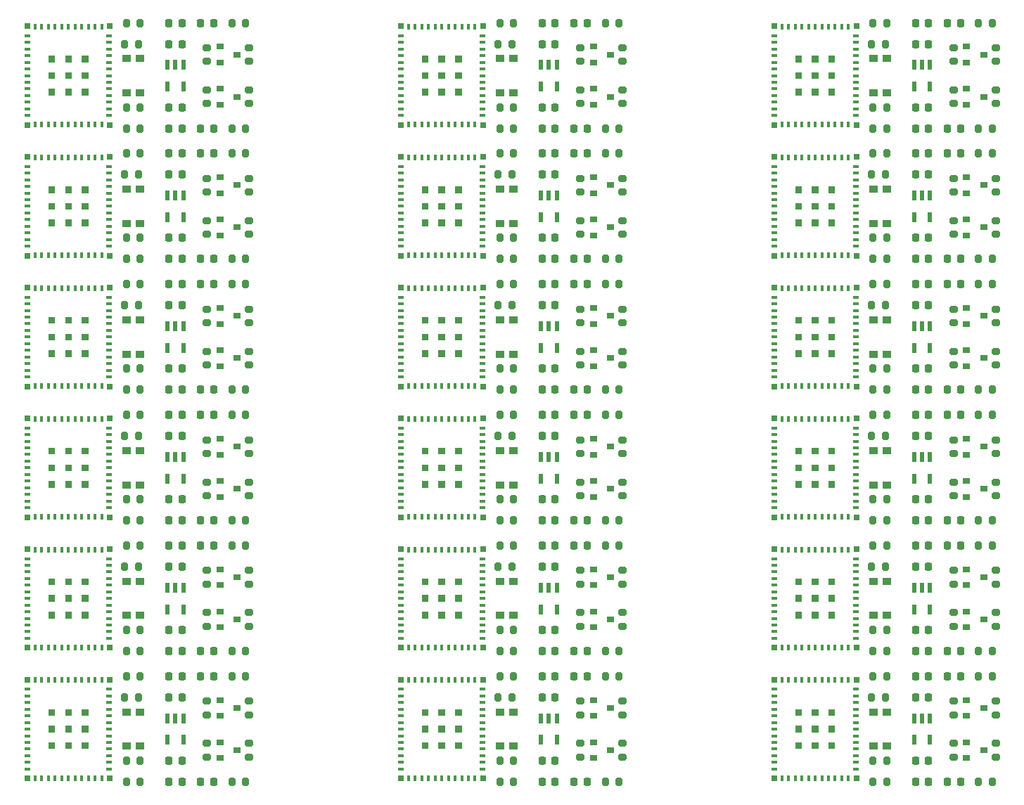
<source format=gtp>
%TF.GenerationSoftware,KiCad,Pcbnew,7.0.6*%
%TF.CreationDate,2023-11-19T12:44:13-07:00*%
%TF.ProjectId,SparkFun_BlueSMiRF-ESP32_panelized,53706172-6b46-4756-9e5f-426c7565534d,rev?*%
%TF.SameCoordinates,Original*%
%TF.FileFunction,Paste,Top*%
%TF.FilePolarity,Positive*%
%FSLAX46Y46*%
G04 Gerber Fmt 4.6, Leading zero omitted, Abs format (unit mm)*
G04 Created by KiCad (PCBNEW 7.0.6) date 2023-11-19 12:44:13*
%MOMM*%
%LPD*%
G01*
G04 APERTURE LIST*
G04 Aperture macros list*
%AMRoundRect*
0 Rectangle with rounded corners*
0 $1 Rounding radius*
0 $2 $3 $4 $5 $6 $7 $8 $9 X,Y pos of 4 corners*
0 Add a 4 corners polygon primitive as box body*
4,1,4,$2,$3,$4,$5,$6,$7,$8,$9,$2,$3,0*
0 Add four circle primitives for the rounded corners*
1,1,$1+$1,$2,$3*
1,1,$1+$1,$4,$5*
1,1,$1+$1,$6,$7*
1,1,$1+$1,$8,$9*
0 Add four rect primitives between the rounded corners*
20,1,$1+$1,$2,$3,$4,$5,0*
20,1,$1+$1,$4,$5,$6,$7,0*
20,1,$1+$1,$6,$7,$8,$9,0*
20,1,$1+$1,$8,$9,$2,$3,0*%
G04 Aperture macros list end*
%ADD10RoundRect,0.218750X-0.218750X-0.256250X0.218750X-0.256250X0.218750X0.256250X-0.218750X0.256250X0*%
%ADD11R,0.900000X0.800000*%
%ADD12RoundRect,0.200000X-0.200000X-0.275000X0.200000X-0.275000X0.200000X0.275000X-0.200000X0.275000X0*%
%ADD13RoundRect,0.200000X0.200000X0.275000X-0.200000X0.275000X-0.200000X-0.275000X0.200000X-0.275000X0*%
%ADD14R,0.550000X1.200000*%
%ADD15RoundRect,0.225000X0.225000X0.250000X-0.225000X0.250000X-0.225000X-0.250000X0.225000X-0.250000X0*%
%ADD16RoundRect,0.200000X-0.275000X0.200000X-0.275000X-0.200000X0.275000X-0.200000X0.275000X0.200000X0*%
%ADD17RoundRect,0.200000X0.275000X-0.200000X0.275000X0.200000X-0.275000X0.200000X-0.275000X-0.200000X0*%
%ADD18R,0.400000X0.800000*%
%ADD19R,0.800000X0.400000*%
%ADD20R,0.700000X0.700000*%
%ADD21R,1.000000X0.900000*%
G04 APERTURE END LIST*
%TO.C,U1*%
G36*
X54600000Y68180000D02*
G01*
X53800000Y68180000D01*
X53800000Y68980000D01*
X54600000Y68980000D01*
X54600000Y68180000D01*
G37*
G36*
X56600000Y68180000D02*
G01*
X55800000Y68180000D01*
X55800000Y68980000D01*
X56600000Y68980000D01*
X56600000Y68180000D01*
G37*
G36*
X58600000Y68180000D02*
G01*
X57800000Y68180000D01*
X57800000Y68980000D01*
X58600000Y68980000D01*
X58600000Y68180000D01*
G37*
G36*
X54600000Y70180000D02*
G01*
X53800000Y70180000D01*
X53800000Y70980000D01*
X54600000Y70980000D01*
X54600000Y70180000D01*
G37*
G36*
X56600000Y70180000D02*
G01*
X55800000Y70180000D01*
X55800000Y70980000D01*
X56600000Y70980000D01*
X56600000Y70180000D01*
G37*
G36*
X58600000Y70180000D02*
G01*
X57800000Y70180000D01*
X57800000Y70980000D01*
X58600000Y70980000D01*
X58600000Y70180000D01*
G37*
G36*
X54600000Y72180000D02*
G01*
X53800000Y72180000D01*
X53800000Y72980000D01*
X54600000Y72980000D01*
X54600000Y72180000D01*
G37*
G36*
X56600000Y72180000D02*
G01*
X55800000Y72180000D01*
X55800000Y72980000D01*
X56600000Y72980000D01*
X56600000Y72180000D01*
G37*
G36*
X58600000Y72180000D02*
G01*
X57800000Y72180000D01*
X57800000Y72980000D01*
X58600000Y72980000D01*
X58600000Y72180000D01*
G37*
G36*
X99550000Y36700000D02*
G01*
X98750000Y36700000D01*
X98750000Y37500000D01*
X99550000Y37500000D01*
X99550000Y36700000D01*
G37*
G36*
X101550000Y36700000D02*
G01*
X100750000Y36700000D01*
X100750000Y37500000D01*
X101550000Y37500000D01*
X101550000Y36700000D01*
G37*
G36*
X103550000Y36700000D02*
G01*
X102750000Y36700000D01*
X102750000Y37500000D01*
X103550000Y37500000D01*
X103550000Y36700000D01*
G37*
G36*
X99550000Y38700000D02*
G01*
X98750000Y38700000D01*
X98750000Y39500000D01*
X99550000Y39500000D01*
X99550000Y38700000D01*
G37*
G36*
X101550000Y38700000D02*
G01*
X100750000Y38700000D01*
X100750000Y39500000D01*
X101550000Y39500000D01*
X101550000Y38700000D01*
G37*
G36*
X103550000Y38700000D02*
G01*
X102750000Y38700000D01*
X102750000Y39500000D01*
X103550000Y39500000D01*
X103550000Y38700000D01*
G37*
G36*
X99550000Y40700000D02*
G01*
X98750000Y40700000D01*
X98750000Y41500000D01*
X99550000Y41500000D01*
X99550000Y40700000D01*
G37*
G36*
X101550000Y40700000D02*
G01*
X100750000Y40700000D01*
X100750000Y41500000D01*
X101550000Y41500000D01*
X101550000Y40700000D01*
G37*
G36*
X103550000Y40700000D02*
G01*
X102750000Y40700000D01*
X102750000Y41500000D01*
X103550000Y41500000D01*
X103550000Y40700000D01*
G37*
G36*
X54600000Y5220000D02*
G01*
X53800000Y5220000D01*
X53800000Y6020000D01*
X54600000Y6020000D01*
X54600000Y5220000D01*
G37*
G36*
X56600000Y5220000D02*
G01*
X55800000Y5220000D01*
X55800000Y6020000D01*
X56600000Y6020000D01*
X56600000Y5220000D01*
G37*
G36*
X58600000Y5220000D02*
G01*
X57800000Y5220000D01*
X57800000Y6020000D01*
X58600000Y6020000D01*
X58600000Y5220000D01*
G37*
G36*
X54600000Y7220000D02*
G01*
X53800000Y7220000D01*
X53800000Y8020000D01*
X54600000Y8020000D01*
X54600000Y7220000D01*
G37*
G36*
X56600000Y7220000D02*
G01*
X55800000Y7220000D01*
X55800000Y8020000D01*
X56600000Y8020000D01*
X56600000Y7220000D01*
G37*
G36*
X58600000Y7220000D02*
G01*
X57800000Y7220000D01*
X57800000Y8020000D01*
X58600000Y8020000D01*
X58600000Y7220000D01*
G37*
G36*
X54600000Y9220000D02*
G01*
X53800000Y9220000D01*
X53800000Y10020000D01*
X54600000Y10020000D01*
X54600000Y9220000D01*
G37*
G36*
X56600000Y9220000D02*
G01*
X55800000Y9220000D01*
X55800000Y10020000D01*
X56600000Y10020000D01*
X56600000Y9220000D01*
G37*
G36*
X58600000Y9220000D02*
G01*
X57800000Y9220000D01*
X57800000Y10020000D01*
X58600000Y10020000D01*
X58600000Y9220000D01*
G37*
G36*
X9650000Y52440000D02*
G01*
X8850000Y52440000D01*
X8850000Y53240000D01*
X9650000Y53240000D01*
X9650000Y52440000D01*
G37*
G36*
X11650000Y52440000D02*
G01*
X10850000Y52440000D01*
X10850000Y53240000D01*
X11650000Y53240000D01*
X11650000Y52440000D01*
G37*
G36*
X13650000Y52440000D02*
G01*
X12850000Y52440000D01*
X12850000Y53240000D01*
X13650000Y53240000D01*
X13650000Y52440000D01*
G37*
G36*
X9650000Y54440000D02*
G01*
X8850000Y54440000D01*
X8850000Y55240000D01*
X9650000Y55240000D01*
X9650000Y54440000D01*
G37*
G36*
X11650000Y54440000D02*
G01*
X10850000Y54440000D01*
X10850000Y55240000D01*
X11650000Y55240000D01*
X11650000Y54440000D01*
G37*
G36*
X13650000Y54440000D02*
G01*
X12850000Y54440000D01*
X12850000Y55240000D01*
X13650000Y55240000D01*
X13650000Y54440000D01*
G37*
G36*
X9650000Y56440000D02*
G01*
X8850000Y56440000D01*
X8850000Y57240000D01*
X9650000Y57240000D01*
X9650000Y56440000D01*
G37*
G36*
X11650000Y56440000D02*
G01*
X10850000Y56440000D01*
X10850000Y57240000D01*
X11650000Y57240000D01*
X11650000Y56440000D01*
G37*
G36*
X13650000Y56440000D02*
G01*
X12850000Y56440000D01*
X12850000Y57240000D01*
X13650000Y57240000D01*
X13650000Y56440000D01*
G37*
G36*
X9650000Y68180000D02*
G01*
X8850000Y68180000D01*
X8850000Y68980000D01*
X9650000Y68980000D01*
X9650000Y68180000D01*
G37*
G36*
X11650000Y68180000D02*
G01*
X10850000Y68180000D01*
X10850000Y68980000D01*
X11650000Y68980000D01*
X11650000Y68180000D01*
G37*
G36*
X13650000Y68180000D02*
G01*
X12850000Y68180000D01*
X12850000Y68980000D01*
X13650000Y68980000D01*
X13650000Y68180000D01*
G37*
G36*
X9650000Y70180000D02*
G01*
X8850000Y70180000D01*
X8850000Y70980000D01*
X9650000Y70980000D01*
X9650000Y70180000D01*
G37*
G36*
X11650000Y70180000D02*
G01*
X10850000Y70180000D01*
X10850000Y70980000D01*
X11650000Y70980000D01*
X11650000Y70180000D01*
G37*
G36*
X13650000Y70180000D02*
G01*
X12850000Y70180000D01*
X12850000Y70980000D01*
X13650000Y70980000D01*
X13650000Y70180000D01*
G37*
G36*
X9650000Y72180000D02*
G01*
X8850000Y72180000D01*
X8850000Y72980000D01*
X9650000Y72980000D01*
X9650000Y72180000D01*
G37*
G36*
X11650000Y72180000D02*
G01*
X10850000Y72180000D01*
X10850000Y72980000D01*
X11650000Y72980000D01*
X11650000Y72180000D01*
G37*
G36*
X13650000Y72180000D02*
G01*
X12850000Y72180000D01*
X12850000Y72980000D01*
X13650000Y72980000D01*
X13650000Y72180000D01*
G37*
G36*
X9650000Y83920000D02*
G01*
X8850000Y83920000D01*
X8850000Y84720000D01*
X9650000Y84720000D01*
X9650000Y83920000D01*
G37*
G36*
X11650000Y83920000D02*
G01*
X10850000Y83920000D01*
X10850000Y84720000D01*
X11650000Y84720000D01*
X11650000Y83920000D01*
G37*
G36*
X13650000Y83920000D02*
G01*
X12850000Y83920000D01*
X12850000Y84720000D01*
X13650000Y84720000D01*
X13650000Y83920000D01*
G37*
G36*
X9650000Y85920000D02*
G01*
X8850000Y85920000D01*
X8850000Y86720000D01*
X9650000Y86720000D01*
X9650000Y85920000D01*
G37*
G36*
X11650000Y85920000D02*
G01*
X10850000Y85920000D01*
X10850000Y86720000D01*
X11650000Y86720000D01*
X11650000Y85920000D01*
G37*
G36*
X13650000Y85920000D02*
G01*
X12850000Y85920000D01*
X12850000Y86720000D01*
X13650000Y86720000D01*
X13650000Y85920000D01*
G37*
G36*
X9650000Y87920000D02*
G01*
X8850000Y87920000D01*
X8850000Y88720000D01*
X9650000Y88720000D01*
X9650000Y87920000D01*
G37*
G36*
X11650000Y87920000D02*
G01*
X10850000Y87920000D01*
X10850000Y88720000D01*
X11650000Y88720000D01*
X11650000Y87920000D01*
G37*
G36*
X13650000Y87920000D02*
G01*
X12850000Y87920000D01*
X12850000Y88720000D01*
X13650000Y88720000D01*
X13650000Y87920000D01*
G37*
G36*
X54600000Y52440000D02*
G01*
X53800000Y52440000D01*
X53800000Y53240000D01*
X54600000Y53240000D01*
X54600000Y52440000D01*
G37*
G36*
X56600000Y52440000D02*
G01*
X55800000Y52440000D01*
X55800000Y53240000D01*
X56600000Y53240000D01*
X56600000Y52440000D01*
G37*
G36*
X58600000Y52440000D02*
G01*
X57800000Y52440000D01*
X57800000Y53240000D01*
X58600000Y53240000D01*
X58600000Y52440000D01*
G37*
G36*
X54600000Y54440000D02*
G01*
X53800000Y54440000D01*
X53800000Y55240000D01*
X54600000Y55240000D01*
X54600000Y54440000D01*
G37*
G36*
X56600000Y54440000D02*
G01*
X55800000Y54440000D01*
X55800000Y55240000D01*
X56600000Y55240000D01*
X56600000Y54440000D01*
G37*
G36*
X58600000Y54440000D02*
G01*
X57800000Y54440000D01*
X57800000Y55240000D01*
X58600000Y55240000D01*
X58600000Y54440000D01*
G37*
G36*
X54600000Y56440000D02*
G01*
X53800000Y56440000D01*
X53800000Y57240000D01*
X54600000Y57240000D01*
X54600000Y56440000D01*
G37*
G36*
X56600000Y56440000D02*
G01*
X55800000Y56440000D01*
X55800000Y57240000D01*
X56600000Y57240000D01*
X56600000Y56440000D01*
G37*
G36*
X58600000Y56440000D02*
G01*
X57800000Y56440000D01*
X57800000Y57240000D01*
X58600000Y57240000D01*
X58600000Y56440000D01*
G37*
G36*
X54600000Y36700000D02*
G01*
X53800000Y36700000D01*
X53800000Y37500000D01*
X54600000Y37500000D01*
X54600000Y36700000D01*
G37*
G36*
X56600000Y36700000D02*
G01*
X55800000Y36700000D01*
X55800000Y37500000D01*
X56600000Y37500000D01*
X56600000Y36700000D01*
G37*
G36*
X58600000Y36700000D02*
G01*
X57800000Y36700000D01*
X57800000Y37500000D01*
X58600000Y37500000D01*
X58600000Y36700000D01*
G37*
G36*
X54600000Y38700000D02*
G01*
X53800000Y38700000D01*
X53800000Y39500000D01*
X54600000Y39500000D01*
X54600000Y38700000D01*
G37*
G36*
X56600000Y38700000D02*
G01*
X55800000Y38700000D01*
X55800000Y39500000D01*
X56600000Y39500000D01*
X56600000Y38700000D01*
G37*
G36*
X58600000Y38700000D02*
G01*
X57800000Y38700000D01*
X57800000Y39500000D01*
X58600000Y39500000D01*
X58600000Y38700000D01*
G37*
G36*
X54600000Y40700000D02*
G01*
X53800000Y40700000D01*
X53800000Y41500000D01*
X54600000Y41500000D01*
X54600000Y40700000D01*
G37*
G36*
X56600000Y40700000D02*
G01*
X55800000Y40700000D01*
X55800000Y41500000D01*
X56600000Y41500000D01*
X56600000Y40700000D01*
G37*
G36*
X58600000Y40700000D02*
G01*
X57800000Y40700000D01*
X57800000Y41500000D01*
X58600000Y41500000D01*
X58600000Y40700000D01*
G37*
G36*
X99550000Y5220000D02*
G01*
X98750000Y5220000D01*
X98750000Y6020000D01*
X99550000Y6020000D01*
X99550000Y5220000D01*
G37*
G36*
X101550000Y5220000D02*
G01*
X100750000Y5220000D01*
X100750000Y6020000D01*
X101550000Y6020000D01*
X101550000Y5220000D01*
G37*
G36*
X103550000Y5220000D02*
G01*
X102750000Y5220000D01*
X102750000Y6020000D01*
X103550000Y6020000D01*
X103550000Y5220000D01*
G37*
G36*
X99550000Y7220000D02*
G01*
X98750000Y7220000D01*
X98750000Y8020000D01*
X99550000Y8020000D01*
X99550000Y7220000D01*
G37*
G36*
X101550000Y7220000D02*
G01*
X100750000Y7220000D01*
X100750000Y8020000D01*
X101550000Y8020000D01*
X101550000Y7220000D01*
G37*
G36*
X103550000Y7220000D02*
G01*
X102750000Y7220000D01*
X102750000Y8020000D01*
X103550000Y8020000D01*
X103550000Y7220000D01*
G37*
G36*
X99550000Y9220000D02*
G01*
X98750000Y9220000D01*
X98750000Y10020000D01*
X99550000Y10020000D01*
X99550000Y9220000D01*
G37*
G36*
X101550000Y9220000D02*
G01*
X100750000Y9220000D01*
X100750000Y10020000D01*
X101550000Y10020000D01*
X101550000Y9220000D01*
G37*
G36*
X103550000Y9220000D02*
G01*
X102750000Y9220000D01*
X102750000Y10020000D01*
X103550000Y10020000D01*
X103550000Y9220000D01*
G37*
G36*
X99550000Y68180000D02*
G01*
X98750000Y68180000D01*
X98750000Y68980000D01*
X99550000Y68980000D01*
X99550000Y68180000D01*
G37*
G36*
X101550000Y68180000D02*
G01*
X100750000Y68180000D01*
X100750000Y68980000D01*
X101550000Y68980000D01*
X101550000Y68180000D01*
G37*
G36*
X103550000Y68180000D02*
G01*
X102750000Y68180000D01*
X102750000Y68980000D01*
X103550000Y68980000D01*
X103550000Y68180000D01*
G37*
G36*
X99550000Y70180000D02*
G01*
X98750000Y70180000D01*
X98750000Y70980000D01*
X99550000Y70980000D01*
X99550000Y70180000D01*
G37*
G36*
X101550000Y70180000D02*
G01*
X100750000Y70180000D01*
X100750000Y70980000D01*
X101550000Y70980000D01*
X101550000Y70180000D01*
G37*
G36*
X103550000Y70180000D02*
G01*
X102750000Y70180000D01*
X102750000Y70980000D01*
X103550000Y70980000D01*
X103550000Y70180000D01*
G37*
G36*
X99550000Y72180000D02*
G01*
X98750000Y72180000D01*
X98750000Y72980000D01*
X99550000Y72980000D01*
X99550000Y72180000D01*
G37*
G36*
X101550000Y72180000D02*
G01*
X100750000Y72180000D01*
X100750000Y72980000D01*
X101550000Y72980000D01*
X101550000Y72180000D01*
G37*
G36*
X103550000Y72180000D02*
G01*
X102750000Y72180000D01*
X102750000Y72980000D01*
X103550000Y72980000D01*
X103550000Y72180000D01*
G37*
G36*
X99550000Y20960000D02*
G01*
X98750000Y20960000D01*
X98750000Y21760000D01*
X99550000Y21760000D01*
X99550000Y20960000D01*
G37*
G36*
X101550000Y20960000D02*
G01*
X100750000Y20960000D01*
X100750000Y21760000D01*
X101550000Y21760000D01*
X101550000Y20960000D01*
G37*
G36*
X103550000Y20960000D02*
G01*
X102750000Y20960000D01*
X102750000Y21760000D01*
X103550000Y21760000D01*
X103550000Y20960000D01*
G37*
G36*
X99550000Y22960000D02*
G01*
X98750000Y22960000D01*
X98750000Y23760000D01*
X99550000Y23760000D01*
X99550000Y22960000D01*
G37*
G36*
X101550000Y22960000D02*
G01*
X100750000Y22960000D01*
X100750000Y23760000D01*
X101550000Y23760000D01*
X101550000Y22960000D01*
G37*
G36*
X103550000Y22960000D02*
G01*
X102750000Y22960000D01*
X102750000Y23760000D01*
X103550000Y23760000D01*
X103550000Y22960000D01*
G37*
G36*
X99550000Y24960000D02*
G01*
X98750000Y24960000D01*
X98750000Y25760000D01*
X99550000Y25760000D01*
X99550000Y24960000D01*
G37*
G36*
X101550000Y24960000D02*
G01*
X100750000Y24960000D01*
X100750000Y25760000D01*
X101550000Y25760000D01*
X101550000Y24960000D01*
G37*
G36*
X103550000Y24960000D02*
G01*
X102750000Y24960000D01*
X102750000Y25760000D01*
X103550000Y25760000D01*
X103550000Y24960000D01*
G37*
G36*
X99550000Y52440000D02*
G01*
X98750000Y52440000D01*
X98750000Y53240000D01*
X99550000Y53240000D01*
X99550000Y52440000D01*
G37*
G36*
X101550000Y52440000D02*
G01*
X100750000Y52440000D01*
X100750000Y53240000D01*
X101550000Y53240000D01*
X101550000Y52440000D01*
G37*
G36*
X103550000Y52440000D02*
G01*
X102750000Y52440000D01*
X102750000Y53240000D01*
X103550000Y53240000D01*
X103550000Y52440000D01*
G37*
G36*
X99550000Y54440000D02*
G01*
X98750000Y54440000D01*
X98750000Y55240000D01*
X99550000Y55240000D01*
X99550000Y54440000D01*
G37*
G36*
X101550000Y54440000D02*
G01*
X100750000Y54440000D01*
X100750000Y55240000D01*
X101550000Y55240000D01*
X101550000Y54440000D01*
G37*
G36*
X103550000Y54440000D02*
G01*
X102750000Y54440000D01*
X102750000Y55240000D01*
X103550000Y55240000D01*
X103550000Y54440000D01*
G37*
G36*
X99550000Y56440000D02*
G01*
X98750000Y56440000D01*
X98750000Y57240000D01*
X99550000Y57240000D01*
X99550000Y56440000D01*
G37*
G36*
X101550000Y56440000D02*
G01*
X100750000Y56440000D01*
X100750000Y57240000D01*
X101550000Y57240000D01*
X101550000Y56440000D01*
G37*
G36*
X103550000Y56440000D02*
G01*
X102750000Y56440000D01*
X102750000Y57240000D01*
X103550000Y57240000D01*
X103550000Y56440000D01*
G37*
G36*
X99550000Y83920000D02*
G01*
X98750000Y83920000D01*
X98750000Y84720000D01*
X99550000Y84720000D01*
X99550000Y83920000D01*
G37*
G36*
X101550000Y83920000D02*
G01*
X100750000Y83920000D01*
X100750000Y84720000D01*
X101550000Y84720000D01*
X101550000Y83920000D01*
G37*
G36*
X103550000Y83920000D02*
G01*
X102750000Y83920000D01*
X102750000Y84720000D01*
X103550000Y84720000D01*
X103550000Y83920000D01*
G37*
G36*
X99550000Y85920000D02*
G01*
X98750000Y85920000D01*
X98750000Y86720000D01*
X99550000Y86720000D01*
X99550000Y85920000D01*
G37*
G36*
X101550000Y85920000D02*
G01*
X100750000Y85920000D01*
X100750000Y86720000D01*
X101550000Y86720000D01*
X101550000Y85920000D01*
G37*
G36*
X103550000Y85920000D02*
G01*
X102750000Y85920000D01*
X102750000Y86720000D01*
X103550000Y86720000D01*
X103550000Y85920000D01*
G37*
G36*
X99550000Y87920000D02*
G01*
X98750000Y87920000D01*
X98750000Y88720000D01*
X99550000Y88720000D01*
X99550000Y87920000D01*
G37*
G36*
X101550000Y87920000D02*
G01*
X100750000Y87920000D01*
X100750000Y88720000D01*
X101550000Y88720000D01*
X101550000Y87920000D01*
G37*
G36*
X103550000Y87920000D02*
G01*
X102750000Y87920000D01*
X102750000Y88720000D01*
X103550000Y88720000D01*
X103550000Y87920000D01*
G37*
G36*
X9650000Y20960000D02*
G01*
X8850000Y20960000D01*
X8850000Y21760000D01*
X9650000Y21760000D01*
X9650000Y20960000D01*
G37*
G36*
X11650000Y20960000D02*
G01*
X10850000Y20960000D01*
X10850000Y21760000D01*
X11650000Y21760000D01*
X11650000Y20960000D01*
G37*
G36*
X13650000Y20960000D02*
G01*
X12850000Y20960000D01*
X12850000Y21760000D01*
X13650000Y21760000D01*
X13650000Y20960000D01*
G37*
G36*
X9650000Y22960000D02*
G01*
X8850000Y22960000D01*
X8850000Y23760000D01*
X9650000Y23760000D01*
X9650000Y22960000D01*
G37*
G36*
X11650000Y22960000D02*
G01*
X10850000Y22960000D01*
X10850000Y23760000D01*
X11650000Y23760000D01*
X11650000Y22960000D01*
G37*
G36*
X13650000Y22960000D02*
G01*
X12850000Y22960000D01*
X12850000Y23760000D01*
X13650000Y23760000D01*
X13650000Y22960000D01*
G37*
G36*
X9650000Y24960000D02*
G01*
X8850000Y24960000D01*
X8850000Y25760000D01*
X9650000Y25760000D01*
X9650000Y24960000D01*
G37*
G36*
X11650000Y24960000D02*
G01*
X10850000Y24960000D01*
X10850000Y25760000D01*
X11650000Y25760000D01*
X11650000Y24960000D01*
G37*
G36*
X13650000Y24960000D02*
G01*
X12850000Y24960000D01*
X12850000Y25760000D01*
X13650000Y25760000D01*
X13650000Y24960000D01*
G37*
G36*
X9650000Y36700000D02*
G01*
X8850000Y36700000D01*
X8850000Y37500000D01*
X9650000Y37500000D01*
X9650000Y36700000D01*
G37*
G36*
X11650000Y36700000D02*
G01*
X10850000Y36700000D01*
X10850000Y37500000D01*
X11650000Y37500000D01*
X11650000Y36700000D01*
G37*
G36*
X13650000Y36700000D02*
G01*
X12850000Y36700000D01*
X12850000Y37500000D01*
X13650000Y37500000D01*
X13650000Y36700000D01*
G37*
G36*
X9650000Y38700000D02*
G01*
X8850000Y38700000D01*
X8850000Y39500000D01*
X9650000Y39500000D01*
X9650000Y38700000D01*
G37*
G36*
X11650000Y38700000D02*
G01*
X10850000Y38700000D01*
X10850000Y39500000D01*
X11650000Y39500000D01*
X11650000Y38700000D01*
G37*
G36*
X13650000Y38700000D02*
G01*
X12850000Y38700000D01*
X12850000Y39500000D01*
X13650000Y39500000D01*
X13650000Y38700000D01*
G37*
G36*
X9650000Y40700000D02*
G01*
X8850000Y40700000D01*
X8850000Y41500000D01*
X9650000Y41500000D01*
X9650000Y40700000D01*
G37*
G36*
X11650000Y40700000D02*
G01*
X10850000Y40700000D01*
X10850000Y41500000D01*
X11650000Y41500000D01*
X11650000Y40700000D01*
G37*
G36*
X13650000Y40700000D02*
G01*
X12850000Y40700000D01*
X12850000Y41500000D01*
X13650000Y41500000D01*
X13650000Y40700000D01*
G37*
G36*
X54600000Y20960000D02*
G01*
X53800000Y20960000D01*
X53800000Y21760000D01*
X54600000Y21760000D01*
X54600000Y20960000D01*
G37*
G36*
X56600000Y20960000D02*
G01*
X55800000Y20960000D01*
X55800000Y21760000D01*
X56600000Y21760000D01*
X56600000Y20960000D01*
G37*
G36*
X58600000Y20960000D02*
G01*
X57800000Y20960000D01*
X57800000Y21760000D01*
X58600000Y21760000D01*
X58600000Y20960000D01*
G37*
G36*
X54600000Y22960000D02*
G01*
X53800000Y22960000D01*
X53800000Y23760000D01*
X54600000Y23760000D01*
X54600000Y22960000D01*
G37*
G36*
X56600000Y22960000D02*
G01*
X55800000Y22960000D01*
X55800000Y23760000D01*
X56600000Y23760000D01*
X56600000Y22960000D01*
G37*
G36*
X58600000Y22960000D02*
G01*
X57800000Y22960000D01*
X57800000Y23760000D01*
X58600000Y23760000D01*
X58600000Y22960000D01*
G37*
G36*
X54600000Y24960000D02*
G01*
X53800000Y24960000D01*
X53800000Y25760000D01*
X54600000Y25760000D01*
X54600000Y24960000D01*
G37*
G36*
X56600000Y24960000D02*
G01*
X55800000Y24960000D01*
X55800000Y25760000D01*
X56600000Y25760000D01*
X56600000Y24960000D01*
G37*
G36*
X58600000Y24960000D02*
G01*
X57800000Y24960000D01*
X57800000Y25760000D01*
X58600000Y25760000D01*
X58600000Y24960000D01*
G37*
G36*
X54600000Y83920000D02*
G01*
X53800000Y83920000D01*
X53800000Y84720000D01*
X54600000Y84720000D01*
X54600000Y83920000D01*
G37*
G36*
X56600000Y83920000D02*
G01*
X55800000Y83920000D01*
X55800000Y84720000D01*
X56600000Y84720000D01*
X56600000Y83920000D01*
G37*
G36*
X58600000Y83920000D02*
G01*
X57800000Y83920000D01*
X57800000Y84720000D01*
X58600000Y84720000D01*
X58600000Y83920000D01*
G37*
G36*
X54600000Y85920000D02*
G01*
X53800000Y85920000D01*
X53800000Y86720000D01*
X54600000Y86720000D01*
X54600000Y85920000D01*
G37*
G36*
X56600000Y85920000D02*
G01*
X55800000Y85920000D01*
X55800000Y86720000D01*
X56600000Y86720000D01*
X56600000Y85920000D01*
G37*
G36*
X58600000Y85920000D02*
G01*
X57800000Y85920000D01*
X57800000Y86720000D01*
X58600000Y86720000D01*
X58600000Y85920000D01*
G37*
G36*
X54600000Y87920000D02*
G01*
X53800000Y87920000D01*
X53800000Y88720000D01*
X54600000Y88720000D01*
X54600000Y87920000D01*
G37*
G36*
X56600000Y87920000D02*
G01*
X55800000Y87920000D01*
X55800000Y88720000D01*
X56600000Y88720000D01*
X56600000Y87920000D01*
G37*
G36*
X58600000Y87920000D02*
G01*
X57800000Y87920000D01*
X57800000Y88720000D01*
X58600000Y88720000D01*
X58600000Y87920000D01*
G37*
G36*
X9650000Y5220000D02*
G01*
X8850000Y5220000D01*
X8850000Y6020000D01*
X9650000Y6020000D01*
X9650000Y5220000D01*
G37*
G36*
X11650000Y5220000D02*
G01*
X10850000Y5220000D01*
X10850000Y6020000D01*
X11650000Y6020000D01*
X11650000Y5220000D01*
G37*
G36*
X13650000Y5220000D02*
G01*
X12850000Y5220000D01*
X12850000Y6020000D01*
X13650000Y6020000D01*
X13650000Y5220000D01*
G37*
G36*
X9650000Y7220000D02*
G01*
X8850000Y7220000D01*
X8850000Y8020000D01*
X9650000Y8020000D01*
X9650000Y7220000D01*
G37*
G36*
X11650000Y7220000D02*
G01*
X10850000Y7220000D01*
X10850000Y8020000D01*
X11650000Y8020000D01*
X11650000Y7220000D01*
G37*
G36*
X13650000Y7220000D02*
G01*
X12850000Y7220000D01*
X12850000Y8020000D01*
X13650000Y8020000D01*
X13650000Y7220000D01*
G37*
G36*
X9650000Y9220000D02*
G01*
X8850000Y9220000D01*
X8850000Y10020000D01*
X9650000Y10020000D01*
X9650000Y9220000D01*
G37*
G36*
X11650000Y9220000D02*
G01*
X10850000Y9220000D01*
X10850000Y10020000D01*
X11650000Y10020000D01*
X11650000Y9220000D01*
G37*
G36*
X13650000Y9220000D02*
G01*
X12850000Y9220000D01*
X12850000Y10020000D01*
X13650000Y10020000D01*
X13650000Y9220000D01*
G37*
%TD*%
D10*
%TO.C,D1*%
X27152500Y13970000D03*
X28727500Y13970000D03*
%TD*%
%TO.C,D1*%
X27152500Y29710000D03*
X28727500Y29710000D03*
%TD*%
%TO.C,D1*%
X27152500Y61190000D03*
X28727500Y61190000D03*
%TD*%
%TO.C,D1*%
X27152500Y45450000D03*
X28727500Y45450000D03*
%TD*%
%TO.C,D1*%
X27152500Y76930000D03*
X28727500Y76930000D03*
%TD*%
%TO.C,D1*%
X72102500Y29710000D03*
X73677500Y29710000D03*
%TD*%
%TO.C,D1*%
X117052500Y45450000D03*
X118627500Y45450000D03*
%TD*%
%TO.C,D1*%
X72102500Y13970000D03*
X73677500Y13970000D03*
%TD*%
%TO.C,D1*%
X72102500Y76930000D03*
X73677500Y76930000D03*
%TD*%
%TO.C,D1*%
X72102500Y45450000D03*
X73677500Y45450000D03*
%TD*%
%TO.C,D1*%
X117052500Y61190000D03*
X118627500Y61190000D03*
%TD*%
%TO.C,D1*%
X117052500Y92670000D03*
X118627500Y92670000D03*
%TD*%
%TO.C,D1*%
X117052500Y29710000D03*
X118627500Y29710000D03*
%TD*%
%TO.C,D1*%
X117052500Y13970000D03*
X118627500Y13970000D03*
%TD*%
%TO.C,D1*%
X27152500Y92670000D03*
X28727500Y92670000D03*
%TD*%
%TO.C,D1*%
X72102500Y61190000D03*
X73677500Y61190000D03*
%TD*%
%TO.C,D1*%
X72102500Y92670000D03*
X73677500Y92670000D03*
%TD*%
%TO.C,D1*%
X117052500Y76930000D03*
X118627500Y76930000D03*
%TD*%
D11*
%TO.C,Q2*%
X29480000Y11110000D03*
X29480000Y9210000D03*
X31580000Y10160000D03*
%TD*%
%TO.C,Q2*%
X29480000Y42590000D03*
X29480000Y40690000D03*
X31580000Y41640000D03*
%TD*%
%TO.C,Q2*%
X29480000Y58330000D03*
X29480000Y56430000D03*
X31580000Y57380000D03*
%TD*%
%TO.C,Q2*%
X29480000Y74070000D03*
X29480000Y72170000D03*
X31580000Y73120000D03*
%TD*%
%TO.C,Q2*%
X29480000Y89810000D03*
X29480000Y87910000D03*
X31580000Y88860000D03*
%TD*%
%TO.C,Q2*%
X29480000Y26850000D03*
X29480000Y24950000D03*
X31580000Y25900000D03*
%TD*%
%TO.C,Q2*%
X119380000Y89810000D03*
X119380000Y87910000D03*
X121480000Y88860000D03*
%TD*%
%TO.C,Q2*%
X119380000Y11110000D03*
X119380000Y9210000D03*
X121480000Y10160000D03*
%TD*%
%TO.C,Q2*%
X119380000Y74070000D03*
X119380000Y72170000D03*
X121480000Y73120000D03*
%TD*%
%TO.C,Q2*%
X74430000Y42590000D03*
X74430000Y40690000D03*
X76530000Y41640000D03*
%TD*%
%TO.C,Q2*%
X74430000Y26850000D03*
X74430000Y24950000D03*
X76530000Y25900000D03*
%TD*%
%TO.C,Q2*%
X74430000Y74070000D03*
X74430000Y72170000D03*
X76530000Y73120000D03*
%TD*%
%TO.C,Q2*%
X74430000Y89810000D03*
X74430000Y87910000D03*
X76530000Y88860000D03*
%TD*%
%TO.C,Q2*%
X119380000Y26850000D03*
X119380000Y24950000D03*
X121480000Y25900000D03*
%TD*%
%TO.C,Q2*%
X119380000Y58330000D03*
X119380000Y56430000D03*
X121480000Y57380000D03*
%TD*%
%TO.C,Q2*%
X74430000Y58330000D03*
X74430000Y56430000D03*
X76530000Y57380000D03*
%TD*%
%TO.C,Q2*%
X119380000Y42590000D03*
X119380000Y40690000D03*
X121480000Y41640000D03*
%TD*%
%TO.C,Q2*%
X74430000Y11110000D03*
X74430000Y9210000D03*
X76530000Y10160000D03*
%TD*%
D12*
%TO.C,R3*%
X18225000Y29710000D03*
X19875000Y29710000D03*
%TD*%
%TO.C,R3*%
X63175000Y61190000D03*
X64825000Y61190000D03*
%TD*%
%TO.C,R3*%
X18225000Y45450000D03*
X19875000Y45450000D03*
%TD*%
%TO.C,R3*%
X18225000Y76930000D03*
X19875000Y76930000D03*
%TD*%
%TO.C,R3*%
X18225000Y92670000D03*
X19875000Y92670000D03*
%TD*%
%TO.C,R3*%
X63175000Y29710000D03*
X64825000Y29710000D03*
%TD*%
%TO.C,R3*%
X63175000Y13970000D03*
X64825000Y13970000D03*
%TD*%
%TO.C,R3*%
X63175000Y45450000D03*
X64825000Y45450000D03*
%TD*%
%TO.C,R3*%
X18225000Y61190000D03*
X19875000Y61190000D03*
%TD*%
%TO.C,R3*%
X108125000Y45450000D03*
X109775000Y45450000D03*
%TD*%
%TO.C,R3*%
X108125000Y13970000D03*
X109775000Y13970000D03*
%TD*%
%TO.C,R3*%
X108125000Y29710000D03*
X109775000Y29710000D03*
%TD*%
%TO.C,R3*%
X63175000Y76930000D03*
X64825000Y76930000D03*
%TD*%
%TO.C,R3*%
X108125000Y61190000D03*
X109775000Y61190000D03*
%TD*%
%TO.C,R3*%
X108125000Y92670000D03*
X109775000Y92670000D03*
%TD*%
%TO.C,R3*%
X63175000Y92670000D03*
X64825000Y92670000D03*
%TD*%
%TO.C,R3*%
X108125000Y76930000D03*
X109775000Y76930000D03*
%TD*%
%TO.C,R3*%
X18225000Y13970000D03*
X19875000Y13970000D03*
%TD*%
D13*
%TO.C,R5*%
X32575000Y29710000D03*
X30925000Y29710000D03*
%TD*%
%TO.C,R5*%
X32575000Y45450000D03*
X30925000Y45450000D03*
%TD*%
%TO.C,R5*%
X32575000Y61190000D03*
X30925000Y61190000D03*
%TD*%
%TO.C,R5*%
X77525000Y13970000D03*
X75875000Y13970000D03*
%TD*%
%TO.C,R5*%
X77525000Y45450000D03*
X75875000Y45450000D03*
%TD*%
%TO.C,R5*%
X77525000Y61190000D03*
X75875000Y61190000D03*
%TD*%
%TO.C,R5*%
X77525000Y76930000D03*
X75875000Y76930000D03*
%TD*%
%TO.C,R5*%
X77525000Y92670000D03*
X75875000Y92670000D03*
%TD*%
%TO.C,R5*%
X122475000Y29710000D03*
X120825000Y29710000D03*
%TD*%
%TO.C,R5*%
X122475000Y45450000D03*
X120825000Y45450000D03*
%TD*%
%TO.C,R5*%
X122475000Y13970000D03*
X120825000Y13970000D03*
%TD*%
%TO.C,R5*%
X122475000Y61190000D03*
X120825000Y61190000D03*
%TD*%
%TO.C,R5*%
X32575000Y92670000D03*
X30925000Y92670000D03*
%TD*%
%TO.C,R5*%
X122475000Y76930000D03*
X120825000Y76930000D03*
%TD*%
%TO.C,R5*%
X122475000Y92670000D03*
X120825000Y92670000D03*
%TD*%
%TO.C,R5*%
X32575000Y76930000D03*
X30925000Y76930000D03*
%TD*%
%TO.C,R5*%
X77525000Y29710000D03*
X75875000Y29710000D03*
%TD*%
%TO.C,R5*%
X32575000Y13970000D03*
X30925000Y13970000D03*
%TD*%
D14*
%TO.C,U2*%
X25080000Y24660100D03*
X24130000Y24660100D03*
X23180000Y24660100D03*
X23180000Y22059900D03*
X25080000Y22059900D03*
%TD*%
%TO.C,U2*%
X25080000Y40400100D03*
X24130000Y40400100D03*
X23180000Y40400100D03*
X23180000Y37799900D03*
X25080000Y37799900D03*
%TD*%
%TO.C,U2*%
X25080000Y71880100D03*
X24130000Y71880100D03*
X23180000Y71880100D03*
X23180000Y69279900D03*
X25080000Y69279900D03*
%TD*%
%TO.C,U2*%
X70030000Y87620100D03*
X69080000Y87620100D03*
X68130000Y87620100D03*
X68130000Y85019900D03*
X70030000Y85019900D03*
%TD*%
%TO.C,U2*%
X114980000Y87620100D03*
X114030000Y87620100D03*
X113080000Y87620100D03*
X113080000Y85019900D03*
X114980000Y85019900D03*
%TD*%
%TO.C,U2*%
X25080000Y56140100D03*
X24130000Y56140100D03*
X23180000Y56140100D03*
X23180000Y53539900D03*
X25080000Y53539900D03*
%TD*%
%TO.C,U2*%
X70030000Y24660100D03*
X69080000Y24660100D03*
X68130000Y24660100D03*
X68130000Y22059900D03*
X70030000Y22059900D03*
%TD*%
%TO.C,U2*%
X70030000Y71880100D03*
X69080000Y71880100D03*
X68130000Y71880100D03*
X68130000Y69279900D03*
X70030000Y69279900D03*
%TD*%
%TO.C,U2*%
X25080000Y87620100D03*
X24130000Y87620100D03*
X23180000Y87620100D03*
X23180000Y85019900D03*
X25080000Y85019900D03*
%TD*%
%TO.C,U2*%
X70030000Y56140100D03*
X69080000Y56140100D03*
X68130000Y56140100D03*
X68130000Y53539900D03*
X70030000Y53539900D03*
%TD*%
%TO.C,U2*%
X114980000Y40400100D03*
X114030000Y40400100D03*
X113080000Y40400100D03*
X113080000Y37799900D03*
X114980000Y37799900D03*
%TD*%
%TO.C,U2*%
X114980000Y24660100D03*
X114030000Y24660100D03*
X113080000Y24660100D03*
X113080000Y22059900D03*
X114980000Y22059900D03*
%TD*%
%TO.C,U2*%
X114980000Y8920100D03*
X114030000Y8920100D03*
X113080000Y8920100D03*
X113080000Y6319900D03*
X114980000Y6319900D03*
%TD*%
%TO.C,U2*%
X114980000Y56140100D03*
X114030000Y56140100D03*
X113080000Y56140100D03*
X113080000Y53539900D03*
X114980000Y53539900D03*
%TD*%
%TO.C,U2*%
X114980000Y71880100D03*
X114030000Y71880100D03*
X113080000Y71880100D03*
X113080000Y69279900D03*
X114980000Y69279900D03*
%TD*%
%TO.C,U2*%
X70030000Y40400100D03*
X69080000Y40400100D03*
X68130000Y40400100D03*
X68130000Y37799900D03*
X70030000Y37799900D03*
%TD*%
%TO.C,U2*%
X70030000Y8920100D03*
X69080000Y8920100D03*
X68130000Y8920100D03*
X68130000Y6319900D03*
X70030000Y6319900D03*
%TD*%
%TO.C,U2*%
X25080000Y8920100D03*
X24130000Y8920100D03*
X23180000Y8920100D03*
X23180000Y6319900D03*
X25080000Y6319900D03*
%TD*%
D15*
%TO.C,C1*%
X24905000Y58650000D03*
X23355000Y58650000D03*
%TD*%
%TO.C,C1*%
X69855000Y27170000D03*
X68305000Y27170000D03*
%TD*%
%TO.C,C1*%
X24905000Y27170000D03*
X23355000Y27170000D03*
%TD*%
%TO.C,C1*%
X69855000Y11430000D03*
X68305000Y11430000D03*
%TD*%
%TO.C,C1*%
X114805000Y90130000D03*
X113255000Y90130000D03*
%TD*%
%TO.C,C1*%
X24905000Y90130000D03*
X23355000Y90130000D03*
%TD*%
%TO.C,C1*%
X24905000Y42910000D03*
X23355000Y42910000D03*
%TD*%
%TO.C,C1*%
X24905000Y74390000D03*
X23355000Y74390000D03*
%TD*%
%TO.C,C1*%
X69855000Y42910000D03*
X68305000Y42910000D03*
%TD*%
%TO.C,C1*%
X69855000Y74390000D03*
X68305000Y74390000D03*
%TD*%
%TO.C,C1*%
X69855000Y58650000D03*
X68305000Y58650000D03*
%TD*%
%TO.C,C1*%
X69855000Y90130000D03*
X68305000Y90130000D03*
%TD*%
%TO.C,C1*%
X114805000Y11430000D03*
X113255000Y11430000D03*
%TD*%
%TO.C,C1*%
X114805000Y27170000D03*
X113255000Y27170000D03*
%TD*%
%TO.C,C1*%
X114805000Y42910000D03*
X113255000Y42910000D03*
%TD*%
%TO.C,C1*%
X114805000Y58650000D03*
X113255000Y58650000D03*
%TD*%
%TO.C,C1*%
X114805000Y74390000D03*
X113255000Y74390000D03*
%TD*%
%TO.C,C1*%
X24905000Y11430000D03*
X23355000Y11430000D03*
%TD*%
D16*
%TO.C,R9*%
X33020000Y37385000D03*
X33020000Y35735000D03*
%TD*%
%TO.C,R9*%
X33020000Y21645000D03*
X33020000Y19995000D03*
%TD*%
%TO.C,R9*%
X77970000Y53125000D03*
X77970000Y51475000D03*
%TD*%
%TO.C,R9*%
X77970000Y68865000D03*
X77970000Y67215000D03*
%TD*%
%TO.C,R9*%
X77970000Y5905000D03*
X77970000Y4255000D03*
%TD*%
%TO.C,R9*%
X33020000Y53125000D03*
X33020000Y51475000D03*
%TD*%
%TO.C,R9*%
X33020000Y84605000D03*
X33020000Y82955000D03*
%TD*%
%TO.C,R9*%
X77970000Y21645000D03*
X77970000Y19995000D03*
%TD*%
%TO.C,R9*%
X77970000Y84605000D03*
X77970000Y82955000D03*
%TD*%
%TO.C,R9*%
X33020000Y68865000D03*
X33020000Y67215000D03*
%TD*%
%TO.C,R9*%
X77970000Y37385000D03*
X77970000Y35735000D03*
%TD*%
%TO.C,R9*%
X122920000Y21645000D03*
X122920000Y19995000D03*
%TD*%
%TO.C,R9*%
X122920000Y53125000D03*
X122920000Y51475000D03*
%TD*%
%TO.C,R9*%
X122920000Y68865000D03*
X122920000Y67215000D03*
%TD*%
%TO.C,R9*%
X122920000Y84605000D03*
X122920000Y82955000D03*
%TD*%
%TO.C,R9*%
X122920000Y37385000D03*
X122920000Y35735000D03*
%TD*%
%TO.C,R9*%
X122920000Y5905000D03*
X122920000Y4255000D03*
%TD*%
%TO.C,R9*%
X33020000Y5905000D03*
X33020000Y4255000D03*
%TD*%
D15*
%TO.C,C3*%
X24905000Y35290000D03*
X23355000Y35290000D03*
%TD*%
%TO.C,C3*%
X69855000Y51030000D03*
X68305000Y51030000D03*
%TD*%
%TO.C,C3*%
X114805000Y82510000D03*
X113255000Y82510000D03*
%TD*%
%TO.C,C3*%
X69855000Y19550000D03*
X68305000Y19550000D03*
%TD*%
%TO.C,C3*%
X69855000Y3810000D03*
X68305000Y3810000D03*
%TD*%
%TO.C,C3*%
X24905000Y19550000D03*
X23355000Y19550000D03*
%TD*%
%TO.C,C3*%
X69855000Y66770000D03*
X68305000Y66770000D03*
%TD*%
%TO.C,C3*%
X114805000Y35290000D03*
X113255000Y35290000D03*
%TD*%
%TO.C,C3*%
X24905000Y82510000D03*
X23355000Y82510000D03*
%TD*%
%TO.C,C3*%
X69855000Y35290000D03*
X68305000Y35290000D03*
%TD*%
%TO.C,C3*%
X24905000Y51030000D03*
X23355000Y51030000D03*
%TD*%
%TO.C,C3*%
X114805000Y3810000D03*
X113255000Y3810000D03*
%TD*%
%TO.C,C3*%
X24905000Y66770000D03*
X23355000Y66770000D03*
%TD*%
%TO.C,C3*%
X114805000Y19550000D03*
X113255000Y19550000D03*
%TD*%
%TO.C,C3*%
X114805000Y51030000D03*
X113255000Y51030000D03*
%TD*%
%TO.C,C3*%
X69855000Y82510000D03*
X68305000Y82510000D03*
%TD*%
%TO.C,C3*%
X114805000Y66770000D03*
X113255000Y66770000D03*
%TD*%
%TO.C,C3*%
X24905000Y3810000D03*
X23355000Y3810000D03*
%TD*%
D13*
%TO.C,R1*%
X64825000Y64230000D03*
X63175000Y64230000D03*
%TD*%
%TO.C,R1*%
X19875000Y79970000D03*
X18225000Y79970000D03*
%TD*%
%TO.C,R1*%
X19875000Y17010000D03*
X18225000Y17010000D03*
%TD*%
%TO.C,R1*%
X64825000Y1270000D03*
X63175000Y1270000D03*
%TD*%
%TO.C,R1*%
X109775000Y64230000D03*
X108125000Y64230000D03*
%TD*%
%TO.C,R1*%
X19875000Y48490000D03*
X18225000Y48490000D03*
%TD*%
%TO.C,R1*%
X109775000Y48490000D03*
X108125000Y48490000D03*
%TD*%
%TO.C,R1*%
X64825000Y17010000D03*
X63175000Y17010000D03*
%TD*%
%TO.C,R1*%
X64825000Y32750000D03*
X63175000Y32750000D03*
%TD*%
%TO.C,R1*%
X64825000Y48490000D03*
X63175000Y48490000D03*
%TD*%
%TO.C,R1*%
X109775000Y79970000D03*
X108125000Y79970000D03*
%TD*%
%TO.C,R1*%
X19875000Y32750000D03*
X18225000Y32750000D03*
%TD*%
%TO.C,R1*%
X19875000Y64230000D03*
X18225000Y64230000D03*
%TD*%
%TO.C,R1*%
X64825000Y79970000D03*
X63175000Y79970000D03*
%TD*%
%TO.C,R1*%
X109775000Y17010000D03*
X108125000Y17010000D03*
%TD*%
%TO.C,R1*%
X109775000Y1270000D03*
X108125000Y1270000D03*
%TD*%
%TO.C,R1*%
X109775000Y32750000D03*
X108125000Y32750000D03*
%TD*%
%TO.C,R1*%
X19875000Y1270000D03*
X18225000Y1270000D03*
%TD*%
D11*
%TO.C,Q1*%
X29480000Y53250000D03*
X29480000Y51350000D03*
X31580000Y52300000D03*
%TD*%
%TO.C,Q1*%
X74430000Y37510000D03*
X74430000Y35610000D03*
X76530000Y36560000D03*
%TD*%
%TO.C,Q1*%
X74430000Y68990000D03*
X74430000Y67090000D03*
X76530000Y68040000D03*
%TD*%
%TO.C,Q1*%
X29480000Y21770000D03*
X29480000Y19870000D03*
X31580000Y20820000D03*
%TD*%
%TO.C,Q1*%
X29480000Y37510000D03*
X29480000Y35610000D03*
X31580000Y36560000D03*
%TD*%
%TO.C,Q1*%
X29480000Y84730000D03*
X29480000Y82830000D03*
X31580000Y83780000D03*
%TD*%
%TO.C,Q1*%
X74430000Y6030000D03*
X74430000Y4130000D03*
X76530000Y5080000D03*
%TD*%
%TO.C,Q1*%
X29480000Y68990000D03*
X29480000Y67090000D03*
X31580000Y68040000D03*
%TD*%
%TO.C,Q1*%
X74430000Y21770000D03*
X74430000Y19870000D03*
X76530000Y20820000D03*
%TD*%
%TO.C,Q1*%
X74430000Y53250000D03*
X74430000Y51350000D03*
X76530000Y52300000D03*
%TD*%
%TO.C,Q1*%
X74430000Y84730000D03*
X74430000Y82830000D03*
X76530000Y83780000D03*
%TD*%
%TO.C,Q1*%
X119380000Y6030000D03*
X119380000Y4130000D03*
X121480000Y5080000D03*
%TD*%
%TO.C,Q1*%
X119380000Y21770000D03*
X119380000Y19870000D03*
X121480000Y20820000D03*
%TD*%
%TO.C,Q1*%
X119380000Y37510000D03*
X119380000Y35610000D03*
X121480000Y36560000D03*
%TD*%
%TO.C,Q1*%
X119380000Y53250000D03*
X119380000Y51350000D03*
X121480000Y52300000D03*
%TD*%
%TO.C,Q1*%
X119380000Y68990000D03*
X119380000Y67090000D03*
X121480000Y68040000D03*
%TD*%
%TO.C,Q1*%
X119380000Y84730000D03*
X119380000Y82830000D03*
X121480000Y83780000D03*
%TD*%
%TO.C,Q1*%
X29480000Y6030000D03*
X29480000Y4130000D03*
X31580000Y5080000D03*
%TD*%
D17*
%TO.C,R10*%
X122920000Y25075000D03*
X122920000Y26725000D03*
%TD*%
%TO.C,R10*%
X33020000Y40815000D03*
X33020000Y42465000D03*
%TD*%
%TO.C,R10*%
X33020000Y56555000D03*
X33020000Y58205000D03*
%TD*%
%TO.C,R10*%
X77970000Y9335000D03*
X77970000Y10985000D03*
%TD*%
%TO.C,R10*%
X77970000Y72295000D03*
X77970000Y73945000D03*
%TD*%
%TO.C,R10*%
X77970000Y40815000D03*
X77970000Y42465000D03*
%TD*%
%TO.C,R10*%
X122920000Y56555000D03*
X122920000Y58205000D03*
%TD*%
%TO.C,R10*%
X122920000Y88035000D03*
X122920000Y89685000D03*
%TD*%
%TO.C,R10*%
X33020000Y72295000D03*
X33020000Y73945000D03*
%TD*%
%TO.C,R10*%
X77970000Y25075000D03*
X77970000Y26725000D03*
%TD*%
%TO.C,R10*%
X77970000Y88035000D03*
X77970000Y89685000D03*
%TD*%
%TO.C,R10*%
X122920000Y40815000D03*
X122920000Y42465000D03*
%TD*%
%TO.C,R10*%
X122920000Y72295000D03*
X122920000Y73945000D03*
%TD*%
%TO.C,R10*%
X33020000Y25075000D03*
X33020000Y26725000D03*
%TD*%
%TO.C,R10*%
X33020000Y88035000D03*
X33020000Y89685000D03*
%TD*%
%TO.C,R10*%
X77970000Y56555000D03*
X77970000Y58205000D03*
%TD*%
%TO.C,R10*%
X122920000Y9335000D03*
X122920000Y10985000D03*
%TD*%
%TO.C,R10*%
X33020000Y9335000D03*
X33020000Y10985000D03*
%TD*%
D12*
%TO.C,R2*%
X18225000Y66770000D03*
X19875000Y66770000D03*
%TD*%
%TO.C,R2*%
X63175000Y3810000D03*
X64825000Y3810000D03*
%TD*%
%TO.C,R2*%
X18225000Y19550000D03*
X19875000Y19550000D03*
%TD*%
%TO.C,R2*%
X18225000Y35290000D03*
X19875000Y35290000D03*
%TD*%
%TO.C,R2*%
X18225000Y51030000D03*
X19875000Y51030000D03*
%TD*%
%TO.C,R2*%
X18225000Y82510000D03*
X19875000Y82510000D03*
%TD*%
%TO.C,R2*%
X108125000Y66770000D03*
X109775000Y66770000D03*
%TD*%
%TO.C,R2*%
X108125000Y35290000D03*
X109775000Y35290000D03*
%TD*%
%TO.C,R2*%
X63175000Y66770000D03*
X64825000Y66770000D03*
%TD*%
%TO.C,R2*%
X108125000Y3810000D03*
X109775000Y3810000D03*
%TD*%
%TO.C,R2*%
X63175000Y35290000D03*
X64825000Y35290000D03*
%TD*%
%TO.C,R2*%
X108125000Y19550000D03*
X109775000Y19550000D03*
%TD*%
%TO.C,R2*%
X108125000Y82510000D03*
X109775000Y82510000D03*
%TD*%
%TO.C,R2*%
X63175000Y82510000D03*
X64825000Y82510000D03*
%TD*%
%TO.C,R2*%
X108125000Y51030000D03*
X109775000Y51030000D03*
%TD*%
%TO.C,R2*%
X63175000Y19550000D03*
X64825000Y19550000D03*
%TD*%
%TO.C,R2*%
X63175000Y51030000D03*
X64825000Y51030000D03*
%TD*%
%TO.C,R2*%
X18225000Y3810000D03*
X19875000Y3810000D03*
%TD*%
D18*
%TO.C,U1*%
X52200000Y64680000D03*
X53000000Y64680000D03*
X53800000Y64680000D03*
X54600000Y64680000D03*
X55400000Y64680000D03*
X56200000Y64680000D03*
X57000000Y64680000D03*
X57800000Y64680000D03*
X58600000Y64680000D03*
X59400000Y64680000D03*
X60200000Y64680000D03*
D19*
X61100000Y65780000D03*
X61100000Y66580000D03*
X61100000Y67380000D03*
X61100000Y68180000D03*
X61100000Y68980000D03*
X61100000Y69780000D03*
X61100000Y70580000D03*
X61100000Y71380000D03*
X61100000Y72180000D03*
X61100000Y72980000D03*
X61100000Y73780000D03*
X61100000Y74580000D03*
X61100000Y75380000D03*
D18*
X60200000Y76480000D03*
X59400000Y76480000D03*
X58600000Y76480000D03*
X57800000Y76480000D03*
X57000000Y76480000D03*
X56200000Y76480000D03*
X55400000Y76480000D03*
X54600000Y76480000D03*
X53800000Y76480000D03*
X53000000Y76480000D03*
X52200000Y76480000D03*
D19*
X51300000Y75380000D03*
X51300000Y74580000D03*
X51300000Y73780000D03*
X51300000Y72980000D03*
X51300000Y72180000D03*
X51300000Y71380000D03*
X51300000Y70580000D03*
X51300000Y69780000D03*
X51300000Y68980000D03*
X51300000Y68180000D03*
X51300000Y67380000D03*
X51300000Y66580000D03*
X51300000Y65780000D03*
D20*
X51250000Y76530000D03*
X61150000Y76530000D03*
X61150000Y64630000D03*
X51250000Y64630000D03*
%TD*%
D18*
%TO.C,U1*%
X97150000Y33200000D03*
X97950000Y33200000D03*
X98750000Y33200000D03*
X99550000Y33200000D03*
X100350000Y33200000D03*
X101150000Y33200000D03*
X101950000Y33200000D03*
X102750000Y33200000D03*
X103550000Y33200000D03*
X104350000Y33200000D03*
X105150000Y33200000D03*
D19*
X106050000Y34300000D03*
X106050000Y35100000D03*
X106050000Y35900000D03*
X106050000Y36700000D03*
X106050000Y37500000D03*
X106050000Y38300000D03*
X106050000Y39100000D03*
X106050000Y39900000D03*
X106050000Y40700000D03*
X106050000Y41500000D03*
X106050000Y42300000D03*
X106050000Y43100000D03*
X106050000Y43900000D03*
D18*
X105150000Y45000000D03*
X104350000Y45000000D03*
X103550000Y45000000D03*
X102750000Y45000000D03*
X101950000Y45000000D03*
X101150000Y45000000D03*
X100350000Y45000000D03*
X99550000Y45000000D03*
X98750000Y45000000D03*
X97950000Y45000000D03*
X97150000Y45000000D03*
D19*
X96250000Y43900000D03*
X96250000Y43100000D03*
X96250000Y42300000D03*
X96250000Y41500000D03*
X96250000Y40700000D03*
X96250000Y39900000D03*
X96250000Y39100000D03*
X96250000Y38300000D03*
X96250000Y37500000D03*
X96250000Y36700000D03*
X96250000Y35900000D03*
X96250000Y35100000D03*
X96250000Y34300000D03*
D20*
X96200000Y45050000D03*
X106100000Y45050000D03*
X106100000Y33150000D03*
X96200000Y33150000D03*
%TD*%
D18*
%TO.C,U1*%
X52200000Y1720000D03*
X53000000Y1720000D03*
X53800000Y1720000D03*
X54600000Y1720000D03*
X55400000Y1720000D03*
X56200000Y1720000D03*
X57000000Y1720000D03*
X57800000Y1720000D03*
X58600000Y1720000D03*
X59400000Y1720000D03*
X60200000Y1720000D03*
D19*
X61100000Y2820000D03*
X61100000Y3620000D03*
X61100000Y4420000D03*
X61100000Y5220000D03*
X61100000Y6020000D03*
X61100000Y6820000D03*
X61100000Y7620000D03*
X61100000Y8420000D03*
X61100000Y9220000D03*
X61100000Y10020000D03*
X61100000Y10820000D03*
X61100000Y11620000D03*
X61100000Y12420000D03*
D18*
X60200000Y13520000D03*
X59400000Y13520000D03*
X58600000Y13520000D03*
X57800000Y13520000D03*
X57000000Y13520000D03*
X56200000Y13520000D03*
X55400000Y13520000D03*
X54600000Y13520000D03*
X53800000Y13520000D03*
X53000000Y13520000D03*
X52200000Y13520000D03*
D19*
X51300000Y12420000D03*
X51300000Y11620000D03*
X51300000Y10820000D03*
X51300000Y10020000D03*
X51300000Y9220000D03*
X51300000Y8420000D03*
X51300000Y7620000D03*
X51300000Y6820000D03*
X51300000Y6020000D03*
X51300000Y5220000D03*
X51300000Y4420000D03*
X51300000Y3620000D03*
X51300000Y2820000D03*
D20*
X51250000Y13570000D03*
X61150000Y13570000D03*
X61150000Y1670000D03*
X51250000Y1670000D03*
%TD*%
D18*
%TO.C,U1*%
X7250000Y48940000D03*
X8050000Y48940000D03*
X8850000Y48940000D03*
X9650000Y48940000D03*
X10450000Y48940000D03*
X11250000Y48940000D03*
X12050000Y48940000D03*
X12850000Y48940000D03*
X13650000Y48940000D03*
X14450000Y48940000D03*
X15250000Y48940000D03*
D19*
X16150000Y50040000D03*
X16150000Y50840000D03*
X16150000Y51640000D03*
X16150000Y52440000D03*
X16150000Y53240000D03*
X16150000Y54040000D03*
X16150000Y54840000D03*
X16150000Y55640000D03*
X16150000Y56440000D03*
X16150000Y57240000D03*
X16150000Y58040000D03*
X16150000Y58840000D03*
X16150000Y59640000D03*
D18*
X15250000Y60740000D03*
X14450000Y60740000D03*
X13650000Y60740000D03*
X12850000Y60740000D03*
X12050000Y60740000D03*
X11250000Y60740000D03*
X10450000Y60740000D03*
X9650000Y60740000D03*
X8850000Y60740000D03*
X8050000Y60740000D03*
X7250000Y60740000D03*
D19*
X6350000Y59640000D03*
X6350000Y58840000D03*
X6350000Y58040000D03*
X6350000Y57240000D03*
X6350000Y56440000D03*
X6350000Y55640000D03*
X6350000Y54840000D03*
X6350000Y54040000D03*
X6350000Y53240000D03*
X6350000Y52440000D03*
X6350000Y51640000D03*
X6350000Y50840000D03*
X6350000Y50040000D03*
D20*
X6300000Y60790000D03*
X16200000Y60790000D03*
X16200000Y48890000D03*
X6300000Y48890000D03*
%TD*%
D18*
%TO.C,U1*%
X7250000Y64680000D03*
X8050000Y64680000D03*
X8850000Y64680000D03*
X9650000Y64680000D03*
X10450000Y64680000D03*
X11250000Y64680000D03*
X12050000Y64680000D03*
X12850000Y64680000D03*
X13650000Y64680000D03*
X14450000Y64680000D03*
X15250000Y64680000D03*
D19*
X16150000Y65780000D03*
X16150000Y66580000D03*
X16150000Y67380000D03*
X16150000Y68180000D03*
X16150000Y68980000D03*
X16150000Y69780000D03*
X16150000Y70580000D03*
X16150000Y71380000D03*
X16150000Y72180000D03*
X16150000Y72980000D03*
X16150000Y73780000D03*
X16150000Y74580000D03*
X16150000Y75380000D03*
D18*
X15250000Y76480000D03*
X14450000Y76480000D03*
X13650000Y76480000D03*
X12850000Y76480000D03*
X12050000Y76480000D03*
X11250000Y76480000D03*
X10450000Y76480000D03*
X9650000Y76480000D03*
X8850000Y76480000D03*
X8050000Y76480000D03*
X7250000Y76480000D03*
D19*
X6350000Y75380000D03*
X6350000Y74580000D03*
X6350000Y73780000D03*
X6350000Y72980000D03*
X6350000Y72180000D03*
X6350000Y71380000D03*
X6350000Y70580000D03*
X6350000Y69780000D03*
X6350000Y68980000D03*
X6350000Y68180000D03*
X6350000Y67380000D03*
X6350000Y66580000D03*
X6350000Y65780000D03*
D20*
X6300000Y76530000D03*
X16200000Y76530000D03*
X16200000Y64630000D03*
X6300000Y64630000D03*
%TD*%
D18*
%TO.C,U1*%
X7250000Y80420000D03*
X8050000Y80420000D03*
X8850000Y80420000D03*
X9650000Y80420000D03*
X10450000Y80420000D03*
X11250000Y80420000D03*
X12050000Y80420000D03*
X12850000Y80420000D03*
X13650000Y80420000D03*
X14450000Y80420000D03*
X15250000Y80420000D03*
D19*
X16150000Y81520000D03*
X16150000Y82320000D03*
X16150000Y83120000D03*
X16150000Y83920000D03*
X16150000Y84720000D03*
X16150000Y85520000D03*
X16150000Y86320000D03*
X16150000Y87120000D03*
X16150000Y87920000D03*
X16150000Y88720000D03*
X16150000Y89520000D03*
X16150000Y90320000D03*
X16150000Y91120000D03*
D18*
X15250000Y92220000D03*
X14450000Y92220000D03*
X13650000Y92220000D03*
X12850000Y92220000D03*
X12050000Y92220000D03*
X11250000Y92220000D03*
X10450000Y92220000D03*
X9650000Y92220000D03*
X8850000Y92220000D03*
X8050000Y92220000D03*
X7250000Y92220000D03*
D19*
X6350000Y91120000D03*
X6350000Y90320000D03*
X6350000Y89520000D03*
X6350000Y88720000D03*
X6350000Y87920000D03*
X6350000Y87120000D03*
X6350000Y86320000D03*
X6350000Y85520000D03*
X6350000Y84720000D03*
X6350000Y83920000D03*
X6350000Y83120000D03*
X6350000Y82320000D03*
X6350000Y81520000D03*
D20*
X6300000Y92270000D03*
X16200000Y92270000D03*
X16200000Y80370000D03*
X6300000Y80370000D03*
%TD*%
D18*
%TO.C,U1*%
X52200000Y48940000D03*
X53000000Y48940000D03*
X53800000Y48940000D03*
X54600000Y48940000D03*
X55400000Y48940000D03*
X56200000Y48940000D03*
X57000000Y48940000D03*
X57800000Y48940000D03*
X58600000Y48940000D03*
X59400000Y48940000D03*
X60200000Y48940000D03*
D19*
X61100000Y50040000D03*
X61100000Y50840000D03*
X61100000Y51640000D03*
X61100000Y52440000D03*
X61100000Y53240000D03*
X61100000Y54040000D03*
X61100000Y54840000D03*
X61100000Y55640000D03*
X61100000Y56440000D03*
X61100000Y57240000D03*
X61100000Y58040000D03*
X61100000Y58840000D03*
X61100000Y59640000D03*
D18*
X60200000Y60740000D03*
X59400000Y60740000D03*
X58600000Y60740000D03*
X57800000Y60740000D03*
X57000000Y60740000D03*
X56200000Y60740000D03*
X55400000Y60740000D03*
X54600000Y60740000D03*
X53800000Y60740000D03*
X53000000Y60740000D03*
X52200000Y60740000D03*
D19*
X51300000Y59640000D03*
X51300000Y58840000D03*
X51300000Y58040000D03*
X51300000Y57240000D03*
X51300000Y56440000D03*
X51300000Y55640000D03*
X51300000Y54840000D03*
X51300000Y54040000D03*
X51300000Y53240000D03*
X51300000Y52440000D03*
X51300000Y51640000D03*
X51300000Y50840000D03*
X51300000Y50040000D03*
D20*
X51250000Y60790000D03*
X61150000Y60790000D03*
X61150000Y48890000D03*
X51250000Y48890000D03*
%TD*%
D18*
%TO.C,U1*%
X52200000Y33200000D03*
X53000000Y33200000D03*
X53800000Y33200000D03*
X54600000Y33200000D03*
X55400000Y33200000D03*
X56200000Y33200000D03*
X57000000Y33200000D03*
X57800000Y33200000D03*
X58600000Y33200000D03*
X59400000Y33200000D03*
X60200000Y33200000D03*
D19*
X61100000Y34300000D03*
X61100000Y35100000D03*
X61100000Y35900000D03*
X61100000Y36700000D03*
X61100000Y37500000D03*
X61100000Y38300000D03*
X61100000Y39100000D03*
X61100000Y39900000D03*
X61100000Y40700000D03*
X61100000Y41500000D03*
X61100000Y42300000D03*
X61100000Y43100000D03*
X61100000Y43900000D03*
D18*
X60200000Y45000000D03*
X59400000Y45000000D03*
X58600000Y45000000D03*
X57800000Y45000000D03*
X57000000Y45000000D03*
X56200000Y45000000D03*
X55400000Y45000000D03*
X54600000Y45000000D03*
X53800000Y45000000D03*
X53000000Y45000000D03*
X52200000Y45000000D03*
D19*
X51300000Y43900000D03*
X51300000Y43100000D03*
X51300000Y42300000D03*
X51300000Y41500000D03*
X51300000Y40700000D03*
X51300000Y39900000D03*
X51300000Y39100000D03*
X51300000Y38300000D03*
X51300000Y37500000D03*
X51300000Y36700000D03*
X51300000Y35900000D03*
X51300000Y35100000D03*
X51300000Y34300000D03*
D20*
X51250000Y45050000D03*
X61150000Y45050000D03*
X61150000Y33150000D03*
X51250000Y33150000D03*
%TD*%
D18*
%TO.C,U1*%
X97150000Y1720000D03*
X97950000Y1720000D03*
X98750000Y1720000D03*
X99550000Y1720000D03*
X100350000Y1720000D03*
X101150000Y1720000D03*
X101950000Y1720000D03*
X102750000Y1720000D03*
X103550000Y1720000D03*
X104350000Y1720000D03*
X105150000Y1720000D03*
D19*
X106050000Y2820000D03*
X106050000Y3620000D03*
X106050000Y4420000D03*
X106050000Y5220000D03*
X106050000Y6020000D03*
X106050000Y6820000D03*
X106050000Y7620000D03*
X106050000Y8420000D03*
X106050000Y9220000D03*
X106050000Y10020000D03*
X106050000Y10820000D03*
X106050000Y11620000D03*
X106050000Y12420000D03*
D18*
X105150000Y13520000D03*
X104350000Y13520000D03*
X103550000Y13520000D03*
X102750000Y13520000D03*
X101950000Y13520000D03*
X101150000Y13520000D03*
X100350000Y13520000D03*
X99550000Y13520000D03*
X98750000Y13520000D03*
X97950000Y13520000D03*
X97150000Y13520000D03*
D19*
X96250000Y12420000D03*
X96250000Y11620000D03*
X96250000Y10820000D03*
X96250000Y10020000D03*
X96250000Y9220000D03*
X96250000Y8420000D03*
X96250000Y7620000D03*
X96250000Y6820000D03*
X96250000Y6020000D03*
X96250000Y5220000D03*
X96250000Y4420000D03*
X96250000Y3620000D03*
X96250000Y2820000D03*
D20*
X96200000Y13570000D03*
X106100000Y13570000D03*
X106100000Y1670000D03*
X96200000Y1670000D03*
%TD*%
D18*
%TO.C,U1*%
X97150000Y64680000D03*
X97950000Y64680000D03*
X98750000Y64680000D03*
X99550000Y64680000D03*
X100350000Y64680000D03*
X101150000Y64680000D03*
X101950000Y64680000D03*
X102750000Y64680000D03*
X103550000Y64680000D03*
X104350000Y64680000D03*
X105150000Y64680000D03*
D19*
X106050000Y65780000D03*
X106050000Y66580000D03*
X106050000Y67380000D03*
X106050000Y68180000D03*
X106050000Y68980000D03*
X106050000Y69780000D03*
X106050000Y70580000D03*
X106050000Y71380000D03*
X106050000Y72180000D03*
X106050000Y72980000D03*
X106050000Y73780000D03*
X106050000Y74580000D03*
X106050000Y75380000D03*
D18*
X105150000Y76480000D03*
X104350000Y76480000D03*
X103550000Y76480000D03*
X102750000Y76480000D03*
X101950000Y76480000D03*
X101150000Y76480000D03*
X100350000Y76480000D03*
X99550000Y76480000D03*
X98750000Y76480000D03*
X97950000Y76480000D03*
X97150000Y76480000D03*
D19*
X96250000Y75380000D03*
X96250000Y74580000D03*
X96250000Y73780000D03*
X96250000Y72980000D03*
X96250000Y72180000D03*
X96250000Y71380000D03*
X96250000Y70580000D03*
X96250000Y69780000D03*
X96250000Y68980000D03*
X96250000Y68180000D03*
X96250000Y67380000D03*
X96250000Y66580000D03*
X96250000Y65780000D03*
D20*
X96200000Y76530000D03*
X106100000Y76530000D03*
X106100000Y64630000D03*
X96200000Y64630000D03*
%TD*%
D18*
%TO.C,U1*%
X97150000Y17460000D03*
X97950000Y17460000D03*
X98750000Y17460000D03*
X99550000Y17460000D03*
X100350000Y17460000D03*
X101150000Y17460000D03*
X101950000Y17460000D03*
X102750000Y17460000D03*
X103550000Y17460000D03*
X104350000Y17460000D03*
X105150000Y17460000D03*
D19*
X106050000Y18560000D03*
X106050000Y19360000D03*
X106050000Y20160000D03*
X106050000Y20960000D03*
X106050000Y21760000D03*
X106050000Y22560000D03*
X106050000Y23360000D03*
X106050000Y24160000D03*
X106050000Y24960000D03*
X106050000Y25760000D03*
X106050000Y26560000D03*
X106050000Y27360000D03*
X106050000Y28160000D03*
D18*
X105150000Y29260000D03*
X104350000Y29260000D03*
X103550000Y29260000D03*
X102750000Y29260000D03*
X101950000Y29260000D03*
X101150000Y29260000D03*
X100350000Y29260000D03*
X99550000Y29260000D03*
X98750000Y29260000D03*
X97950000Y29260000D03*
X97150000Y29260000D03*
D19*
X96250000Y28160000D03*
X96250000Y27360000D03*
X96250000Y26560000D03*
X96250000Y25760000D03*
X96250000Y24960000D03*
X96250000Y24160000D03*
X96250000Y23360000D03*
X96250000Y22560000D03*
X96250000Y21760000D03*
X96250000Y20960000D03*
X96250000Y20160000D03*
X96250000Y19360000D03*
X96250000Y18560000D03*
D20*
X96200000Y29310000D03*
X106100000Y29310000D03*
X106100000Y17410000D03*
X96200000Y17410000D03*
%TD*%
D18*
%TO.C,U1*%
X97150000Y48940000D03*
X97950000Y48940000D03*
X98750000Y48940000D03*
X99550000Y48940000D03*
X100350000Y48940000D03*
X101150000Y48940000D03*
X101950000Y48940000D03*
X102750000Y48940000D03*
X103550000Y48940000D03*
X104350000Y48940000D03*
X105150000Y48940000D03*
D19*
X106050000Y50040000D03*
X106050000Y50840000D03*
X106050000Y51640000D03*
X106050000Y52440000D03*
X106050000Y53240000D03*
X106050000Y54040000D03*
X106050000Y54840000D03*
X106050000Y55640000D03*
X106050000Y56440000D03*
X106050000Y57240000D03*
X106050000Y58040000D03*
X106050000Y58840000D03*
X106050000Y59640000D03*
D18*
X105150000Y60740000D03*
X104350000Y60740000D03*
X103550000Y60740000D03*
X102750000Y60740000D03*
X101950000Y60740000D03*
X101150000Y60740000D03*
X100350000Y60740000D03*
X99550000Y60740000D03*
X98750000Y60740000D03*
X97950000Y60740000D03*
X97150000Y60740000D03*
D19*
X96250000Y59640000D03*
X96250000Y58840000D03*
X96250000Y58040000D03*
X96250000Y57240000D03*
X96250000Y56440000D03*
X96250000Y55640000D03*
X96250000Y54840000D03*
X96250000Y54040000D03*
X96250000Y53240000D03*
X96250000Y52440000D03*
X96250000Y51640000D03*
X96250000Y50840000D03*
X96250000Y50040000D03*
D20*
X96200000Y60790000D03*
X106100000Y60790000D03*
X106100000Y48890000D03*
X96200000Y48890000D03*
%TD*%
D18*
%TO.C,U1*%
X97150000Y80420000D03*
X97950000Y80420000D03*
X98750000Y80420000D03*
X99550000Y80420000D03*
X100350000Y80420000D03*
X101150000Y80420000D03*
X101950000Y80420000D03*
X102750000Y80420000D03*
X103550000Y80420000D03*
X104350000Y80420000D03*
X105150000Y80420000D03*
D19*
X106050000Y81520000D03*
X106050000Y82320000D03*
X106050000Y83120000D03*
X106050000Y83920000D03*
X106050000Y84720000D03*
X106050000Y85520000D03*
X106050000Y86320000D03*
X106050000Y87120000D03*
X106050000Y87920000D03*
X106050000Y88720000D03*
X106050000Y89520000D03*
X106050000Y90320000D03*
X106050000Y91120000D03*
D18*
X105150000Y92220000D03*
X104350000Y92220000D03*
X103550000Y92220000D03*
X102750000Y92220000D03*
X101950000Y92220000D03*
X101150000Y92220000D03*
X100350000Y92220000D03*
X99550000Y92220000D03*
X98750000Y92220000D03*
X97950000Y92220000D03*
X97150000Y92220000D03*
D19*
X96250000Y91120000D03*
X96250000Y90320000D03*
X96250000Y89520000D03*
X96250000Y88720000D03*
X96250000Y87920000D03*
X96250000Y87120000D03*
X96250000Y86320000D03*
X96250000Y85520000D03*
X96250000Y84720000D03*
X96250000Y83920000D03*
X96250000Y83120000D03*
X96250000Y82320000D03*
X96250000Y81520000D03*
D20*
X96200000Y92270000D03*
X106100000Y92270000D03*
X106100000Y80370000D03*
X96200000Y80370000D03*
%TD*%
D18*
%TO.C,U1*%
X7250000Y17460000D03*
X8050000Y17460000D03*
X8850000Y17460000D03*
X9650000Y17460000D03*
X10450000Y17460000D03*
X11250000Y17460000D03*
X12050000Y17460000D03*
X12850000Y17460000D03*
X13650000Y17460000D03*
X14450000Y17460000D03*
X15250000Y17460000D03*
D19*
X16150000Y18560000D03*
X16150000Y19360000D03*
X16150000Y20160000D03*
X16150000Y20960000D03*
X16150000Y21760000D03*
X16150000Y22560000D03*
X16150000Y23360000D03*
X16150000Y24160000D03*
X16150000Y24960000D03*
X16150000Y25760000D03*
X16150000Y26560000D03*
X16150000Y27360000D03*
X16150000Y28160000D03*
D18*
X15250000Y29260000D03*
X14450000Y29260000D03*
X13650000Y29260000D03*
X12850000Y29260000D03*
X12050000Y29260000D03*
X11250000Y29260000D03*
X10450000Y29260000D03*
X9650000Y29260000D03*
X8850000Y29260000D03*
X8050000Y29260000D03*
X7250000Y29260000D03*
D19*
X6350000Y28160000D03*
X6350000Y27360000D03*
X6350000Y26560000D03*
X6350000Y25760000D03*
X6350000Y24960000D03*
X6350000Y24160000D03*
X6350000Y23360000D03*
X6350000Y22560000D03*
X6350000Y21760000D03*
X6350000Y20960000D03*
X6350000Y20160000D03*
X6350000Y19360000D03*
X6350000Y18560000D03*
D20*
X6300000Y29310000D03*
X16200000Y29310000D03*
X16200000Y17410000D03*
X6300000Y17410000D03*
%TD*%
D18*
%TO.C,U1*%
X7250000Y33200000D03*
X8050000Y33200000D03*
X8850000Y33200000D03*
X9650000Y33200000D03*
X10450000Y33200000D03*
X11250000Y33200000D03*
X12050000Y33200000D03*
X12850000Y33200000D03*
X13650000Y33200000D03*
X14450000Y33200000D03*
X15250000Y33200000D03*
D19*
X16150000Y34300000D03*
X16150000Y35100000D03*
X16150000Y35900000D03*
X16150000Y36700000D03*
X16150000Y37500000D03*
X16150000Y38300000D03*
X16150000Y39100000D03*
X16150000Y39900000D03*
X16150000Y40700000D03*
X16150000Y41500000D03*
X16150000Y42300000D03*
X16150000Y43100000D03*
X16150000Y43900000D03*
D18*
X15250000Y45000000D03*
X14450000Y45000000D03*
X13650000Y45000000D03*
X12850000Y45000000D03*
X12050000Y45000000D03*
X11250000Y45000000D03*
X10450000Y45000000D03*
X9650000Y45000000D03*
X8850000Y45000000D03*
X8050000Y45000000D03*
X7250000Y45000000D03*
D19*
X6350000Y43900000D03*
X6350000Y43100000D03*
X6350000Y42300000D03*
X6350000Y41500000D03*
X6350000Y40700000D03*
X6350000Y39900000D03*
X6350000Y39100000D03*
X6350000Y38300000D03*
X6350000Y37500000D03*
X6350000Y36700000D03*
X6350000Y35900000D03*
X6350000Y35100000D03*
X6350000Y34300000D03*
D20*
X6300000Y45050000D03*
X16200000Y45050000D03*
X16200000Y33150000D03*
X6300000Y33150000D03*
%TD*%
D18*
%TO.C,U1*%
X52200000Y17460000D03*
X53000000Y17460000D03*
X53800000Y17460000D03*
X54600000Y17460000D03*
X55400000Y17460000D03*
X56200000Y17460000D03*
X57000000Y17460000D03*
X57800000Y17460000D03*
X58600000Y17460000D03*
X59400000Y17460000D03*
X60200000Y17460000D03*
D19*
X61100000Y18560000D03*
X61100000Y19360000D03*
X61100000Y20160000D03*
X61100000Y20960000D03*
X61100000Y21760000D03*
X61100000Y22560000D03*
X61100000Y23360000D03*
X61100000Y24160000D03*
X61100000Y24960000D03*
X61100000Y25760000D03*
X61100000Y26560000D03*
X61100000Y27360000D03*
X61100000Y28160000D03*
D18*
X60200000Y29260000D03*
X59400000Y29260000D03*
X58600000Y29260000D03*
X57800000Y29260000D03*
X57000000Y29260000D03*
X56200000Y29260000D03*
X55400000Y29260000D03*
X54600000Y29260000D03*
X53800000Y29260000D03*
X53000000Y29260000D03*
X52200000Y29260000D03*
D19*
X51300000Y28160000D03*
X51300000Y27360000D03*
X51300000Y26560000D03*
X51300000Y25760000D03*
X51300000Y24960000D03*
X51300000Y24160000D03*
X51300000Y23360000D03*
X51300000Y22560000D03*
X51300000Y21760000D03*
X51300000Y20960000D03*
X51300000Y20160000D03*
X51300000Y19360000D03*
X51300000Y18560000D03*
D20*
X51250000Y29310000D03*
X61150000Y29310000D03*
X61150000Y17410000D03*
X51250000Y17410000D03*
%TD*%
D18*
%TO.C,U1*%
X52200000Y80420000D03*
X53000000Y80420000D03*
X53800000Y80420000D03*
X54600000Y80420000D03*
X55400000Y80420000D03*
X56200000Y80420000D03*
X57000000Y80420000D03*
X57800000Y80420000D03*
X58600000Y80420000D03*
X59400000Y80420000D03*
X60200000Y80420000D03*
D19*
X61100000Y81520000D03*
X61100000Y82320000D03*
X61100000Y83120000D03*
X61100000Y83920000D03*
X61100000Y84720000D03*
X61100000Y85520000D03*
X61100000Y86320000D03*
X61100000Y87120000D03*
X61100000Y87920000D03*
X61100000Y88720000D03*
X61100000Y89520000D03*
X61100000Y90320000D03*
X61100000Y91120000D03*
D18*
X60200000Y92220000D03*
X59400000Y92220000D03*
X58600000Y92220000D03*
X57800000Y92220000D03*
X57000000Y92220000D03*
X56200000Y92220000D03*
X55400000Y92220000D03*
X54600000Y92220000D03*
X53800000Y92220000D03*
X53000000Y92220000D03*
X52200000Y92220000D03*
D19*
X51300000Y91120000D03*
X51300000Y90320000D03*
X51300000Y89520000D03*
X51300000Y88720000D03*
X51300000Y87920000D03*
X51300000Y87120000D03*
X51300000Y86320000D03*
X51300000Y85520000D03*
X51300000Y84720000D03*
X51300000Y83920000D03*
X51300000Y83120000D03*
X51300000Y82320000D03*
X51300000Y81520000D03*
D20*
X51250000Y92270000D03*
X61150000Y92270000D03*
X61150000Y80370000D03*
X51250000Y80370000D03*
%TD*%
D18*
%TO.C,U1*%
X7250000Y1720000D03*
X8050000Y1720000D03*
X8850000Y1720000D03*
X9650000Y1720000D03*
X10450000Y1720000D03*
X11250000Y1720000D03*
X12050000Y1720000D03*
X12850000Y1720000D03*
X13650000Y1720000D03*
X14450000Y1720000D03*
X15250000Y1720000D03*
D19*
X16150000Y2820000D03*
X16150000Y3620000D03*
X16150000Y4420000D03*
X16150000Y5220000D03*
X16150000Y6020000D03*
X16150000Y6820000D03*
X16150000Y7620000D03*
X16150000Y8420000D03*
X16150000Y9220000D03*
X16150000Y10020000D03*
X16150000Y10820000D03*
X16150000Y11620000D03*
X16150000Y12420000D03*
D18*
X15250000Y13520000D03*
X14450000Y13520000D03*
X13650000Y13520000D03*
X12850000Y13520000D03*
X12050000Y13520000D03*
X11250000Y13520000D03*
X10450000Y13520000D03*
X9650000Y13520000D03*
X8850000Y13520000D03*
X8050000Y13520000D03*
X7250000Y13520000D03*
D19*
X6350000Y12420000D03*
X6350000Y11620000D03*
X6350000Y10820000D03*
X6350000Y10020000D03*
X6350000Y9220000D03*
X6350000Y8420000D03*
X6350000Y7620000D03*
X6350000Y6820000D03*
X6350000Y6020000D03*
X6350000Y5220000D03*
X6350000Y4420000D03*
X6350000Y3620000D03*
X6350000Y2820000D03*
D20*
X6300000Y13570000D03*
X16200000Y13570000D03*
X16200000Y1670000D03*
X6300000Y1670000D03*
%TD*%
D16*
%TO.C,R7*%
X27940000Y37385000D03*
X27940000Y35735000D03*
%TD*%
%TO.C,R7*%
X27940000Y53125000D03*
X27940000Y51475000D03*
%TD*%
%TO.C,R7*%
X27940000Y21645000D03*
X27940000Y19995000D03*
%TD*%
%TO.C,R7*%
X27940000Y84605000D03*
X27940000Y82955000D03*
%TD*%
%TO.C,R7*%
X72890000Y53125000D03*
X72890000Y51475000D03*
%TD*%
%TO.C,R7*%
X72890000Y68865000D03*
X72890000Y67215000D03*
%TD*%
%TO.C,R7*%
X117840000Y5905000D03*
X117840000Y4255000D03*
%TD*%
%TO.C,R7*%
X117840000Y21645000D03*
X117840000Y19995000D03*
%TD*%
%TO.C,R7*%
X117840000Y37385000D03*
X117840000Y35735000D03*
%TD*%
%TO.C,R7*%
X117840000Y68865000D03*
X117840000Y67215000D03*
%TD*%
%TO.C,R7*%
X72890000Y21645000D03*
X72890000Y19995000D03*
%TD*%
%TO.C,R7*%
X117840000Y53125000D03*
X117840000Y51475000D03*
%TD*%
%TO.C,R7*%
X117840000Y84605000D03*
X117840000Y82955000D03*
%TD*%
%TO.C,R7*%
X27940000Y68865000D03*
X27940000Y67215000D03*
%TD*%
%TO.C,R7*%
X72890000Y37385000D03*
X72890000Y35735000D03*
%TD*%
%TO.C,R7*%
X72890000Y84605000D03*
X72890000Y82955000D03*
%TD*%
%TO.C,R7*%
X72890000Y5905000D03*
X72890000Y4255000D03*
%TD*%
%TO.C,R7*%
X27940000Y5905000D03*
X27940000Y4255000D03*
%TD*%
D15*
%TO.C,C2*%
X24905000Y29710000D03*
X23355000Y29710000D03*
%TD*%
%TO.C,C2*%
X24905000Y45450000D03*
X23355000Y45450000D03*
%TD*%
%TO.C,C2*%
X69855000Y45450000D03*
X68305000Y45450000D03*
%TD*%
%TO.C,C2*%
X69855000Y61190000D03*
X68305000Y61190000D03*
%TD*%
%TO.C,C2*%
X114805000Y76930000D03*
X113255000Y76930000D03*
%TD*%
%TO.C,C2*%
X114805000Y61190000D03*
X113255000Y61190000D03*
%TD*%
%TO.C,C2*%
X114805000Y45450000D03*
X113255000Y45450000D03*
%TD*%
%TO.C,C2*%
X69855000Y29710000D03*
X68305000Y29710000D03*
%TD*%
%TO.C,C2*%
X69855000Y92670000D03*
X68305000Y92670000D03*
%TD*%
%TO.C,C2*%
X114805000Y29710000D03*
X113255000Y29710000D03*
%TD*%
%TO.C,C2*%
X114805000Y13970000D03*
X113255000Y13970000D03*
%TD*%
%TO.C,C2*%
X24905000Y61190000D03*
X23355000Y61190000D03*
%TD*%
%TO.C,C2*%
X114805000Y92670000D03*
X113255000Y92670000D03*
%TD*%
%TO.C,C2*%
X69855000Y13970000D03*
X68305000Y13970000D03*
%TD*%
%TO.C,C2*%
X24905000Y76930000D03*
X23355000Y76930000D03*
%TD*%
%TO.C,C2*%
X24905000Y92670000D03*
X23355000Y92670000D03*
%TD*%
%TO.C,C2*%
X69855000Y76930000D03*
X68305000Y76930000D03*
%TD*%
%TO.C,C2*%
X24905000Y13970000D03*
X23355000Y13970000D03*
%TD*%
D21*
%TO.C,SW1*%
X18250000Y37050000D03*
X18250000Y41150000D03*
X19850000Y37050000D03*
X19850000Y41150000D03*
%TD*%
%TO.C,SW1*%
X18250000Y21310000D03*
X18250000Y25410000D03*
X19850000Y21310000D03*
X19850000Y25410000D03*
%TD*%
%TO.C,SW1*%
X18250000Y84270000D03*
X18250000Y88370000D03*
X19850000Y84270000D03*
X19850000Y88370000D03*
%TD*%
%TO.C,SW1*%
X63200000Y5570000D03*
X63200000Y9670000D03*
X64800000Y5570000D03*
X64800000Y9670000D03*
%TD*%
%TO.C,SW1*%
X63200000Y84270000D03*
X63200000Y88370000D03*
X64800000Y84270000D03*
X64800000Y88370000D03*
%TD*%
%TO.C,SW1*%
X63200000Y37050000D03*
X63200000Y41150000D03*
X64800000Y37050000D03*
X64800000Y41150000D03*
%TD*%
%TO.C,SW1*%
X63200000Y68530000D03*
X63200000Y72630000D03*
X64800000Y68530000D03*
X64800000Y72630000D03*
%TD*%
%TO.C,SW1*%
X108150000Y5570000D03*
X108150000Y9670000D03*
X109750000Y5570000D03*
X109750000Y9670000D03*
%TD*%
%TO.C,SW1*%
X108150000Y37050000D03*
X108150000Y41150000D03*
X109750000Y37050000D03*
X109750000Y41150000D03*
%TD*%
%TO.C,SW1*%
X108150000Y52790000D03*
X108150000Y56890000D03*
X109750000Y52790000D03*
X109750000Y56890000D03*
%TD*%
%TO.C,SW1*%
X108150000Y21310000D03*
X108150000Y25410000D03*
X109750000Y21310000D03*
X109750000Y25410000D03*
%TD*%
%TO.C,SW1*%
X18250000Y68530000D03*
X18250000Y72630000D03*
X19850000Y68530000D03*
X19850000Y72630000D03*
%TD*%
%TO.C,SW1*%
X63200000Y21310000D03*
X63200000Y25410000D03*
X64800000Y21310000D03*
X64800000Y25410000D03*
%TD*%
%TO.C,SW1*%
X108150000Y68530000D03*
X108150000Y72630000D03*
X109750000Y68530000D03*
X109750000Y72630000D03*
%TD*%
%TO.C,SW1*%
X108150000Y84270000D03*
X108150000Y88370000D03*
X109750000Y84270000D03*
X109750000Y88370000D03*
%TD*%
%TO.C,SW1*%
X18250000Y52790000D03*
X18250000Y56890000D03*
X19850000Y52790000D03*
X19850000Y56890000D03*
%TD*%
%TO.C,SW1*%
X63200000Y52790000D03*
X63200000Y56890000D03*
X64800000Y52790000D03*
X64800000Y56890000D03*
%TD*%
%TO.C,SW1*%
X18250000Y5570000D03*
X18250000Y9670000D03*
X19850000Y5570000D03*
X19850000Y9670000D03*
%TD*%
D10*
%TO.C,D2*%
X72102500Y1270000D03*
X73677500Y1270000D03*
%TD*%
%TO.C,D2*%
X27152500Y48490000D03*
X28727500Y48490000D03*
%TD*%
%TO.C,D2*%
X27152500Y32750000D03*
X28727500Y32750000D03*
%TD*%
%TO.C,D2*%
X27152500Y79970000D03*
X28727500Y79970000D03*
%TD*%
%TO.C,D2*%
X27152500Y17010000D03*
X28727500Y17010000D03*
%TD*%
%TO.C,D2*%
X27152500Y64230000D03*
X28727500Y64230000D03*
%TD*%
%TO.C,D2*%
X72102500Y32750000D03*
X73677500Y32750000D03*
%TD*%
%TO.C,D2*%
X72102500Y64230000D03*
X73677500Y64230000D03*
%TD*%
%TO.C,D2*%
X72102500Y48490000D03*
X73677500Y48490000D03*
%TD*%
%TO.C,D2*%
X117052500Y1270000D03*
X118627500Y1270000D03*
%TD*%
%TO.C,D2*%
X117052500Y17010000D03*
X118627500Y17010000D03*
%TD*%
%TO.C,D2*%
X117052500Y79970000D03*
X118627500Y79970000D03*
%TD*%
%TO.C,D2*%
X72102500Y17010000D03*
X73677500Y17010000D03*
%TD*%
%TO.C,D2*%
X117052500Y48490000D03*
X118627500Y48490000D03*
%TD*%
%TO.C,D2*%
X72102500Y79970000D03*
X73677500Y79970000D03*
%TD*%
%TO.C,D2*%
X117052500Y32750000D03*
X118627500Y32750000D03*
%TD*%
%TO.C,D2*%
X117052500Y64230000D03*
X118627500Y64230000D03*
%TD*%
%TO.C,D2*%
X27152500Y1270000D03*
X28727500Y1270000D03*
%TD*%
D12*
%TO.C,R4*%
X18035000Y58650000D03*
X19685000Y58650000D03*
%TD*%
%TO.C,R4*%
X18035000Y90130000D03*
X19685000Y90130000D03*
%TD*%
%TO.C,R4*%
X18035000Y27170000D03*
X19685000Y27170000D03*
%TD*%
%TO.C,R4*%
X18035000Y42910000D03*
X19685000Y42910000D03*
%TD*%
%TO.C,R4*%
X18035000Y74390000D03*
X19685000Y74390000D03*
%TD*%
%TO.C,R4*%
X107935000Y11430000D03*
X109585000Y11430000D03*
%TD*%
%TO.C,R4*%
X62985000Y58650000D03*
X64635000Y58650000D03*
%TD*%
%TO.C,R4*%
X107935000Y58650000D03*
X109585000Y58650000D03*
%TD*%
%TO.C,R4*%
X62985000Y11430000D03*
X64635000Y11430000D03*
%TD*%
%TO.C,R4*%
X107935000Y42910000D03*
X109585000Y42910000D03*
%TD*%
%TO.C,R4*%
X107935000Y90130000D03*
X109585000Y90130000D03*
%TD*%
%TO.C,R4*%
X107935000Y74390000D03*
X109585000Y74390000D03*
%TD*%
%TO.C,R4*%
X62985000Y42910000D03*
X64635000Y42910000D03*
%TD*%
%TO.C,R4*%
X107935000Y27170000D03*
X109585000Y27170000D03*
%TD*%
%TO.C,R4*%
X62985000Y90130000D03*
X64635000Y90130000D03*
%TD*%
%TO.C,R4*%
X62985000Y27170000D03*
X64635000Y27170000D03*
%TD*%
%TO.C,R4*%
X62985000Y74390000D03*
X64635000Y74390000D03*
%TD*%
%TO.C,R4*%
X18035000Y11430000D03*
X19685000Y11430000D03*
%TD*%
D15*
%TO.C,C4*%
X69855000Y1270000D03*
X68305000Y1270000D03*
%TD*%
%TO.C,C4*%
X69855000Y32750000D03*
X68305000Y32750000D03*
%TD*%
%TO.C,C4*%
X69855000Y64230000D03*
X68305000Y64230000D03*
%TD*%
%TO.C,C4*%
X69855000Y79970000D03*
X68305000Y79970000D03*
%TD*%
%TO.C,C4*%
X114805000Y1270000D03*
X113255000Y1270000D03*
%TD*%
%TO.C,C4*%
X24905000Y17010000D03*
X23355000Y17010000D03*
%TD*%
%TO.C,C4*%
X24905000Y48490000D03*
X23355000Y48490000D03*
%TD*%
%TO.C,C4*%
X24905000Y64230000D03*
X23355000Y64230000D03*
%TD*%
%TO.C,C4*%
X24905000Y79970000D03*
X23355000Y79970000D03*
%TD*%
%TO.C,C4*%
X24905000Y32750000D03*
X23355000Y32750000D03*
%TD*%
%TO.C,C4*%
X69855000Y17010000D03*
X68305000Y17010000D03*
%TD*%
%TO.C,C4*%
X69855000Y48490000D03*
X68305000Y48490000D03*
%TD*%
%TO.C,C4*%
X114805000Y64230000D03*
X113255000Y64230000D03*
%TD*%
%TO.C,C4*%
X114805000Y17010000D03*
X113255000Y17010000D03*
%TD*%
%TO.C,C4*%
X114805000Y48490000D03*
X113255000Y48490000D03*
%TD*%
%TO.C,C4*%
X114805000Y79970000D03*
X113255000Y79970000D03*
%TD*%
%TO.C,C4*%
X114805000Y32750000D03*
X113255000Y32750000D03*
%TD*%
%TO.C,C4*%
X24905000Y1270000D03*
X23355000Y1270000D03*
%TD*%
D16*
%TO.C,R8*%
X27940000Y89685000D03*
X27940000Y88035000D03*
%TD*%
%TO.C,R8*%
X27940000Y42465000D03*
X27940000Y40815000D03*
%TD*%
%TO.C,R8*%
X72890000Y89685000D03*
X72890000Y88035000D03*
%TD*%
%TO.C,R8*%
X72890000Y58205000D03*
X72890000Y56555000D03*
%TD*%
%TO.C,R8*%
X27940000Y58205000D03*
X27940000Y56555000D03*
%TD*%
%TO.C,R8*%
X72890000Y10985000D03*
X72890000Y9335000D03*
%TD*%
%TO.C,R8*%
X117840000Y26725000D03*
X117840000Y25075000D03*
%TD*%
%TO.C,R8*%
X72890000Y42465000D03*
X72890000Y40815000D03*
%TD*%
%TO.C,R8*%
X117840000Y42465000D03*
X117840000Y40815000D03*
%TD*%
%TO.C,R8*%
X117840000Y89685000D03*
X117840000Y88035000D03*
%TD*%
%TO.C,R8*%
X72890000Y26725000D03*
X72890000Y25075000D03*
%TD*%
%TO.C,R8*%
X117840000Y10985000D03*
X117840000Y9335000D03*
%TD*%
%TO.C,R8*%
X117840000Y73945000D03*
X117840000Y72295000D03*
%TD*%
%TO.C,R8*%
X27940000Y73945000D03*
X27940000Y72295000D03*
%TD*%
%TO.C,R8*%
X117840000Y58205000D03*
X117840000Y56555000D03*
%TD*%
%TO.C,R8*%
X27940000Y26725000D03*
X27940000Y25075000D03*
%TD*%
%TO.C,R8*%
X72890000Y73945000D03*
X72890000Y72295000D03*
%TD*%
%TO.C,R8*%
X27940000Y10985000D03*
X27940000Y9335000D03*
%TD*%
D13*
%TO.C,R6*%
X32575000Y48490000D03*
X30925000Y48490000D03*
%TD*%
%TO.C,R6*%
X32575000Y17010000D03*
X30925000Y17010000D03*
%TD*%
%TO.C,R6*%
X32575000Y32750000D03*
X30925000Y32750000D03*
%TD*%
%TO.C,R6*%
X77525000Y48490000D03*
X75875000Y48490000D03*
%TD*%
%TO.C,R6*%
X32575000Y79970000D03*
X30925000Y79970000D03*
%TD*%
%TO.C,R6*%
X77525000Y17010000D03*
X75875000Y17010000D03*
%TD*%
%TO.C,R6*%
X77525000Y32750000D03*
X75875000Y32750000D03*
%TD*%
%TO.C,R6*%
X122475000Y17010000D03*
X120825000Y17010000D03*
%TD*%
%TO.C,R6*%
X122475000Y1270000D03*
X120825000Y1270000D03*
%TD*%
%TO.C,R6*%
X77525000Y1270000D03*
X75875000Y1270000D03*
%TD*%
%TO.C,R6*%
X122475000Y48490000D03*
X120825000Y48490000D03*
%TD*%
%TO.C,R6*%
X122475000Y64230000D03*
X120825000Y64230000D03*
%TD*%
%TO.C,R6*%
X77525000Y79970000D03*
X75875000Y79970000D03*
%TD*%
%TO.C,R6*%
X77525000Y64230000D03*
X75875000Y64230000D03*
%TD*%
%TO.C,R6*%
X122475000Y32750000D03*
X120825000Y32750000D03*
%TD*%
%TO.C,R6*%
X122475000Y79970000D03*
X120825000Y79970000D03*
%TD*%
%TO.C,R6*%
X32575000Y64230000D03*
X30925000Y64230000D03*
%TD*%
%TO.C,R6*%
X32575000Y1270000D03*
X30925000Y1270000D03*
%TD*%
M02*

</source>
